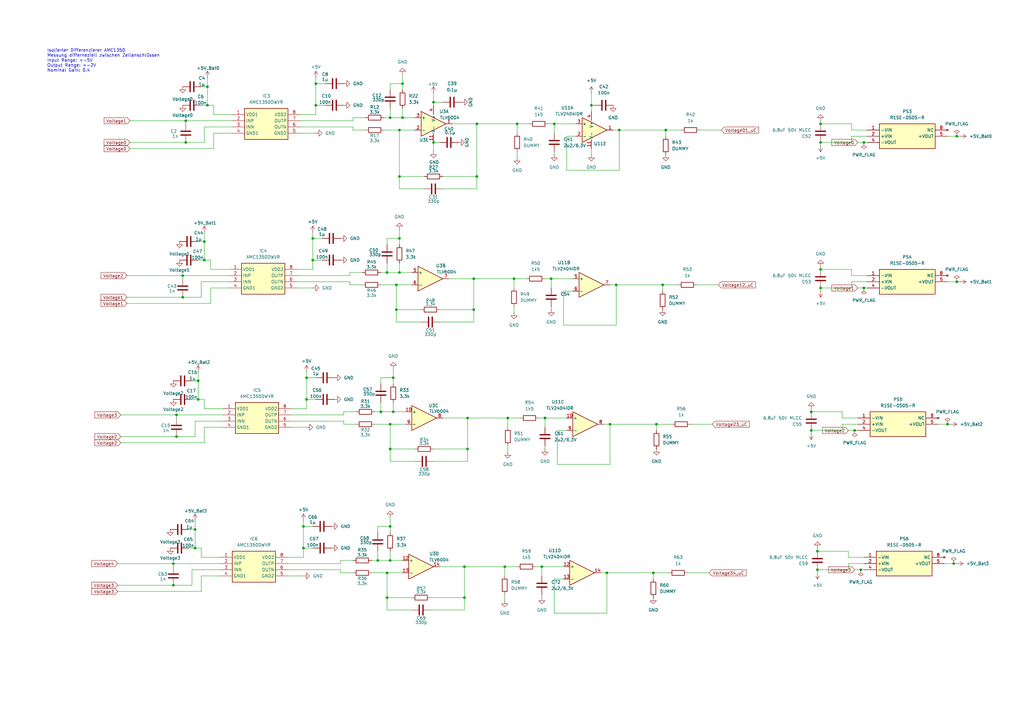
<source format=kicad_sch>
(kicad_sch (version 20250114) (generator "eeschema") (generator_version "9.0")
  (paper "A3")
  (text "Isolierter Differenzierer AMC1350\nMessung differneziell zwischen Zellanschlüssen\nInput Range: +-5V\nOutput Range: +-2V\nNominal Gain: 0,4\n" (at 19.304 24.892 0) (effects (font (size 1.27 1.27)) (justify left)))
  (junction (at 254 53.34))
  (junction (at 160.02 215.9))
  (junction (at 125.73 163.83))
  (junction (at 163.83 53.34))
  (junction (at 350.52 176.53))
  (junction (at 72.39 179.07))
  (junction (at 74.93 113.03))
  (junction (at 158.75 245.11))
  (junction (at 177.8 41.91))
  (junction (at 194.31 114.3))
  (junction (at 267.97 234.95))
  (junction (at 80.01 217.17))
  (junction (at 226.06 114.3))
  (junction (at 336.55 50.8))
  (junction (at 392.43 115.57))
  (junction (at 273.05 53.34))
  (junction (at 125.73 154.94))
  (junction (at 242.57 43.18))
  (junction (at 162.56 116.84))
  (junction (at 160.02 184.15))
  (junction (at 177.8 58.42))
  (junction (at 154.94 229.87))
  (junction (at 80.01 224.79))
  (junction (at 81.28 163.83))
  (junction (at 162.56 127))
  (junction (at 227.33 50.8))
  (junction (at 332.74 176.53))
  (junction (at 248.92 234.95))
  (junction (at 83.82 99.06))
  (junction (at 165.1 34.29))
  (junction (at 124.46 224.79))
  (junction (at 336.55 58.42))
  (junction (at 74.93 121.92))
  (junction (at 354.33 118.11))
  (junction (at 128.27 97.79))
  (junction (at 208.28 171.45))
  (junction (at 165.1 48.26))
  (junction (at 336.55 118.11))
  (junction (at 124.46 215.9))
  (junction (at 252.73 116.84))
  (junction (at 223.52 171.45))
  (junction (at 195.58 50.8))
  (junction (at 85.09 43.18))
  (junction (at 83.82 106.68))
  (junction (at 71.12 240.03))
  (junction (at 129.54 34.29))
  (junction (at 207.01 232.41))
  (junction (at 210.82 114.3))
  (junction (at 72.39 170.18))
  (junction (at 194.31 127))
  (junction (at 354.33 58.42))
  (junction (at 163.83 97.79))
  (junction (at 160.02 229.87))
  (junction (at 160.02 173.99))
  (junction (at 163.83 72.39))
  (junction (at 195.58 72.39))
  (junction (at 190.5 232.41))
  (junction (at 161.29 168.91))
  (junction (at 128.27 106.68))
  (junction (at 388.62 173.99))
  (junction (at 81.28 156.21))
  (junction (at 129.54 43.18))
  (junction (at 191.77 171.45))
  (junction (at 161.29 154.94))
  (junction (at 160.02 48.26))
  (junction (at 392.43 55.88))
  (junction (at 85.09 35.56))
  (junction (at 353.06 233.68))
  (junction (at 163.83 111.76))
  (junction (at 271.78 116.84))
  (junction (at 222.25 232.41))
  (junction (at 336.55 110.49))
  (junction (at 190.5 245.11))
  (junction (at 76.2 58.42))
  (junction (at 158.75 234.95))
  (junction (at 269.24 173.99))
  (junction (at 158.75 111.76))
  (junction (at 71.12 231.14))
  (junction (at 156.21 168.91))
  (junction (at 212.09 50.8))
  (junction (at 335.28 226.06))
  (junction (at 250.19 173.99))
  (junction (at 391.16 231.14))
  (junction (at 191.77 184.15))
  (junction (at 76.2 49.53))
  (junction (at 332.74 168.91))
  (junction (at 335.28 233.68))
  (wire (pts (xy 181.61 72.39) (xy 195.58 72.39)))
  (wire (pts (xy 83.82 99.06) (xy 83.82 106.68)))
  (wire (pts (xy 119.38 167.64) (xy 125.73 167.64)))
  (wire (pts (xy 132.08 106.68) (xy 128.27 106.68)))
  (wire (pts (xy 80.01 224.79) (xy 77.47 224.79)))
  (wire (pts (xy 195.58 50.8) (xy 195.58 72.39)))
  (wire (pts (xy 82.55 115.57) (xy 93.98 115.57)))
  (wire (pts (xy 82.55 224.79) (xy 80.01 224.79)))
  (wire (pts (xy 349.25 115.57) (xy 349.25 118.11)))
  (wire (pts (xy 48.26 242.57) (xy 82.55 242.57)))
  (wire (pts (xy 212.09 50.8) (xy 212.09 54.61)))
  (wire (pts (xy 83.82 167.64) (xy 83.82 163.83)))
  (wire (pts (xy 210.82 114.3) (xy 210.82 118.11)))
  (wire (pts (xy 161.29 165.1) (xy 161.29 168.91)))
  (wire (pts (xy 156.21 111.76) (xy 158.75 111.76)))
  (wire (pts (xy 242.57 60.96) (xy 242.57 63.5)))
  (wire (pts (xy 158.75 234.95) (xy 158.75 245.11)))
  (wire (pts (xy 124.46 215.9) (xy 124.46 224.79)))
  (wire (pts (xy 123.19 46.99) (xy 129.54 46.99)))
  (wire (pts (xy 160.02 173.99) (xy 160.02 184.15)))
  (wire (pts (xy 156.21 116.84) (xy 162.56 116.84)))
  (wire (pts (xy 153.67 168.91) (xy 156.21 168.91)))
  (wire (pts (xy 83.82 181.61) (xy 83.82 175.26)))
  (wire (pts (xy 351.79 118.11) (xy 354.33 118.11)))
  (wire (pts (xy 194.31 114.3) (xy 210.82 114.3)))
  (wire (pts (xy 83.82 106.68) (xy 81.28 106.68)))
  (wire (pts (xy 121.92 110.49) (xy 128.27 110.49)))
  (wire (pts (xy 76.2 58.42) (xy 53.34 58.42)))
  (wire (pts (xy 82.55 242.57) (xy 82.55 236.22)))
  (wire (pts (xy 71.12 231.14) (xy 71.12 232.41)))
  (wire (pts (xy 87.63 43.18) (xy 85.09 43.18)))
  (wire (pts (xy 177.8 189.23) (xy 191.77 189.23)))
  (wire (pts (xy 354.33 58.42) (xy 355.6 58.42)))
  (wire (pts (xy 160.02 215.9) (xy 160.02 218.44)))
  (wire (pts (xy 143.51 116.84) (xy 148.59 116.84)))
  (wire (pts (xy 72.39 170.18) (xy 72.39 171.45)))
  (wire (pts (xy 349.25 53.34) (xy 355.6 53.34)))
  (wire (pts (xy 49.53 181.61) (xy 83.82 181.61)))
  (wire (pts (xy 208.28 171.45) (xy 213.36 171.45)))
  (wire (pts (xy 160.02 36.83) (xy 160.02 34.29)))
  (wire (pts (xy 287.02 53.34) (xy 295.91 53.34)))
  (wire (pts (xy 336.55 109.22) (xy 336.55 110.49)))
  (wire (pts (xy 74.93 113.03) (xy 93.98 113.03)))
  (wire (pts (xy 87.63 46.99) (xy 87.63 43.18)))
  (wire (pts (xy 207.01 243.84) (xy 207.01 246.38)))
  (wire (pts (xy 387.35 231.14) (xy 391.16 231.14)))
  (wire (pts (xy 119.38 175.26) (xy 125.73 175.26)))
  (wire (pts (xy 158.75 245.11) (xy 168.91 245.11)))
  (wire (pts (xy 82.55 236.22) (xy 90.17 236.22)))
  (wire (pts (xy 347.98 228.6) (xy 354.33 228.6)))
  (wire (pts (xy 82.55 228.6) (xy 82.55 224.79)))
  (wire (pts (xy 81.28 156.21) (xy 78.74 156.21)))
  (wire (pts (xy 212.09 50.8) (xy 217.17 50.8)))
  (wire (pts (xy 156.21 165.1) (xy 156.21 168.91)))
  (wire (pts (xy 351.79 173.99) (xy 345.44 173.99)))
  (wire (pts (xy 222.25 232.41) (xy 222.25 236.22)))
  (wire (pts (xy 336.55 119.38) (xy 336.55 118.11)))
  (wire (pts (xy 177.8 58.42) (xy 177.8 62.23)))
  (wire (pts (xy 153.67 173.99) (xy 160.02 173.99)))
  (wire (pts (xy 191.77 184.15) (xy 191.77 189.23)))
  (wire (pts (xy 139.7 233.68) (xy 139.7 234.95)))
  (wire (pts (xy 332.74 177.8) (xy 332.74 176.53)))
  (wire (pts (xy 86.36 124.46) (xy 86.36 118.11)))
  (wire (pts (xy 53.34 60.96) (xy 87.63 60.96)))
  (wire (pts (xy 86.36 110.49) (xy 86.36 106.68)))
  (wire (pts (xy 332.74 167.64) (xy 332.74 168.91)))
  (wire (pts (xy 222.25 232.41) (xy 231.14 232.41)))
  (wire (pts (xy 207.01 232.41) (xy 207.01 236.22)))
  (wire (pts (xy 128.27 106.68) (xy 128.27 110.49)))
  (wire (pts (xy 176.53 250.19) (xy 190.5 250.19)))
  (wire (pts (xy 76.2 49.53) (xy 76.2 50.8)))
  (wire (pts (xy 128.27 224.79) (xy 124.46 224.79)))
  (wire (pts (xy 194.31 132.08) (xy 194.31 127)))
  (wire (pts (xy 76.2 49.53) (xy 95.25 49.53)))
  (wire (pts (xy 140.97 172.72) (xy 140.97 173.99)))
  (wire (pts (xy 231.14 119.38) (xy 231.14 133.35)))
  (wire (pts (xy 222.25 243.84) (xy 222.25 245.11)))
  (wire (pts (xy 226.06 114.3) (xy 234.95 114.3)))
  (wire (pts (xy 180.34 232.41) (xy 190.5 232.41)))
  (wire (pts (xy 152.4 234.95) (xy 158.75 234.95)))
  (wire (pts (xy 226.06 125.73) (xy 226.06 127)))
  (wire (pts (xy 132.08 97.79) (xy 128.27 97.79)))
  (wire (pts (xy 83.82 167.64) (xy 91.44 167.64)))
  (wire (pts (xy 246.38 234.95) (xy 248.92 234.95)))
  (wire (pts (xy 86.36 110.49) (xy 93.98 110.49)))
  (wire (pts (xy 140.97 168.91) (xy 140.97 170.18)))
  (wire (pts (xy 83.82 99.06) (xy 81.28 99.06)))
  (wire (pts (xy 123.19 52.07) (xy 144.78 52.07)))
  (wire (pts (xy 349.25 58.42) (xy 336.55 58.42)))
  (wire (pts (xy 161.29 154.94) (xy 156.21 154.94)))
  (wire (pts (xy 160.02 189.23) (xy 170.18 189.23)))
  (wire (pts (xy 281.94 234.95) (xy 290.83 234.95)))
  (wire (pts (xy 154.94 218.44) (xy 154.94 215.9)))
  (wire (pts (xy 140.97 168.91) (xy 146.05 168.91)))
  (wire (pts (xy 160.02 184.15) (xy 160.02 189.23)))
  (wire (pts (xy 80.01 172.72) (xy 91.44 172.72)))
  (wire (pts (xy 163.83 77.47) (xy 173.99 77.47)))
  (wire (pts (xy 85.09 31.75) (xy 85.09 35.56)))
  (wire (pts (xy 223.52 171.45) (xy 223.52 175.26)))
  (wire (pts (xy 144.78 52.07) (xy 144.78 53.34)))
  (wire (pts (xy 336.55 50.8) (xy 349.25 50.8)))
  (wire (pts (xy 78.74 233.68) (xy 78.74 240.03)))
  (wire (pts (xy 236.22 55.88) (xy 232.41 55.88)))
  (wire (pts (xy 140.97 173.99) (xy 146.05 173.99)))
  (wire (pts (xy 278.13 116.84) (xy 271.78 116.84)))
  (wire (pts (xy 232.41 176.53) (xy 228.6 176.53)))
  (wire (pts (xy 161.29 151.13) (xy 161.29 154.94)))
  (wire (pts (xy 226.06 114.3) (xy 226.06 118.11)))
  (wire (pts (xy 82.55 228.6) (xy 90.17 228.6)))
  (wire (pts (xy 163.83 53.34) (xy 163.83 72.39)))
  (wire (pts (xy 223.52 182.88) (xy 223.52 184.15)))
  (wire (pts (xy 158.75 234.95) (xy 165.1 234.95)))
  (wire (pts (xy 144.78 53.34) (xy 149.86 53.34)))
  (wire (pts (xy 125.73 163.83) (xy 125.73 167.64)))
  (wire (pts (xy 160.02 184.15) (xy 170.18 184.15)))
  (wire (pts (xy 254 53.34) (xy 273.05 53.34)))
  (wire (pts (xy 124.46 213.36) (xy 124.46 215.9)))
  (wire (pts (xy 53.34 49.53) (xy 76.2 49.53)))
  (wire (pts (xy 332.74 168.91) (xy 345.44 168.91)))
  (wire (pts (xy 227.33 62.23) (xy 227.33 63.5)))
  (wire (pts (xy 165.1 34.29) (xy 165.1 36.83)))
  (wire (pts (xy 232.41 55.88) (xy 232.41 69.85)))
  (wire (pts (xy 161.29 168.91) (xy 166.37 168.91)))
  (wire (pts (xy 185.42 50.8) (xy 195.58 50.8)))
  (wire (pts (xy 80.01 179.07) (xy 72.39 179.07)))
  (wire (pts (xy 139.7 229.87) (xy 144.78 229.87)))
  (wire (pts (xy 355.6 55.88) (xy 349.25 55.88)))
  (wire (pts (xy 87.63 60.96) (xy 87.63 54.61)))
  (wire (pts (xy 121.92 115.57) (xy 143.51 115.57)))
  (wire (pts (xy 350.52 176.53) (xy 351.79 176.53)))
  (wire (pts (xy 347.98 233.68) (xy 335.28 233.68)))
  (wire (pts (xy 336.55 110.49) (xy 349.25 110.49)))
  (wire (pts (xy 83.82 163.83) (xy 81.28 163.83)))
  (wire (pts (xy 208.28 182.88) (xy 208.28 185.42)))
  (wire (pts (xy 165.1 44.45) (xy 165.1 48.26)))
  (wire (pts (xy 228.6 190.5) (xy 250.19 190.5)))
  (wire (pts (xy 384.81 173.99) (xy 388.62 173.99)))
  (wire (pts (xy 336.55 49.53) (xy 336.55 50.8)))
  (wire (pts (xy 71.12 231.14) (xy 90.17 231.14)))
  (wire (pts (xy 345.44 168.91) (xy 345.44 171.45)))
  (wire (pts (xy 336.55 59.69) (xy 336.55 58.42)))
  (wire (pts (xy 160.02 44.45) (xy 160.02 48.26)))
  (wire (pts (xy 48.26 231.14) (xy 71.12 231.14)))
  (wire (pts (xy 347.98 226.06) (xy 347.98 228.6)))
  (wire (pts (xy 118.11 233.68) (xy 139.7 233.68)))
  (wire (pts (xy 223.52 171.45) (xy 232.41 171.45)))
  (wire (pts (xy 118.11 236.22) (xy 124.46 236.22)))
  (wire (pts (xy 267.97 234.95) (xy 267.97 237.49)))
  (wire (pts (xy 227.33 237.49) (xy 227.33 251.46)))
  (wire (pts (xy 349.25 50.8) (xy 349.25 53.34)))
  (wire (pts (xy 74.93 113.03) (xy 74.93 114.3)))
  (wire (pts (xy 82.55 121.92) (xy 74.93 121.92)))
  (wire (pts (xy 231.14 237.49) (xy 227.33 237.49)))
  (wire (pts (xy 123.19 49.53) (xy 144.78 49.53)))
  (wire (pts (xy 388.62 115.57) (xy 392.43 115.57)))
  (wire (pts (xy 129.54 163.83) (xy 125.73 163.83)))
  (wire (pts (xy 144.78 48.26) (xy 149.86 48.26)))
  (wire (pts (xy 83.82 175.26) (xy 91.44 175.26)))
  (wire (pts (xy 250.19 116.84) (xy 252.73 116.84)))
  (wire (pts (xy 160.02 215.9) (xy 154.94 215.9)))
  (wire (pts (xy 231.14 119.38) (xy 234.95 119.38)))
  (wire (pts (xy 121.92 113.03) (xy 143.51 113.03)))
  (wire (pts (xy 227.33 50.8) (xy 236.22 50.8)))
  (wire (pts (xy 129.54 43.18) (xy 129.54 46.99)))
  (wire (pts (xy 163.83 72.39) (xy 163.83 77.47)))
  (wire (pts (xy 252.73 116.84) (xy 271.78 116.84)))
  (wire (pts (xy 335.28 226.06) (xy 347.98 226.06)))
  (wire (pts (xy 392.43 115.57) (xy 393.7 115.57)))
  (wire (pts (xy 355.6 115.57) (xy 349.25 115.57)))
  (wire (pts (xy 162.56 116.84) (xy 168.91 116.84)))
  (wire (pts (xy 180.34 127) (xy 194.31 127)))
  (wire (pts (xy 83.82 95.25) (xy 83.82 99.06)))
  (wire (pts (xy 247.65 173.99) (xy 250.19 173.99)))
  (wire (pts (xy 83.82 58.42) (xy 76.2 58.42)))
  (wire (pts (xy 158.75 245.11) (xy 158.75 250.19)))
  (wire (pts (xy 152.4 229.87) (xy 154.94 229.87)))
  (wire (pts (xy 162.56 127) (xy 162.56 132.08)))
  (wire (pts (xy 195.58 50.8) (xy 212.09 50.8)))
  (wire (pts (xy 275.59 173.99) (xy 269.24 173.99)))
  (wire (pts (xy 220.98 171.45) (xy 223.52 171.45)))
  (wire (pts (xy 83.82 52.07) (xy 83.82 58.42)))
  (wire (pts (xy 252.73 116.84) (xy 252.73 133.35)))
  (wire (pts (xy 228.6 176.53) (xy 228.6 190.5)))
  (wire (pts (xy 242.57 38.1) (xy 242.57 43.18)))
  (wire (pts (xy 269.24 173.99) (xy 269.24 176.53)))
  (wire (pts (xy 212.09 62.23) (xy 212.09 64.77)))
  (wire (pts (xy 49.53 170.18) (xy 72.39 170.18)))
  (wire (pts (xy 194.31 114.3) (xy 194.31 127)))
  (wire (pts (xy 163.83 93.98) (xy 163.83 97.79)))
  (wire (pts (xy 124.46 224.79) (xy 124.46 228.6)))
  (wire (pts (xy 52.07 113.03) (xy 74.93 113.03)))
  (wire (pts (xy 349.25 55.88) (xy 349.25 58.42)))
  (wire (pts (xy 128.27 95.25) (xy 128.27 97.79)))
  (wire (pts (xy 251.46 53.34) (xy 254 53.34)))
  (wire (pts (xy 156.21 157.48) (xy 156.21 154.94)))
  (wire (pts (xy 72.39 170.18) (xy 91.44 170.18)))
  (wire (pts (xy 223.52 114.3) (xy 226.06 114.3)))
  (wire (pts (xy 177.8 58.42) (xy 180.34 58.42)))
  (wire (pts (xy 190.5 245.11) (xy 190.5 250.19)))
  (wire (pts (xy 274.32 234.95) (xy 267.97 234.95)))
  (wire (pts (xy 78.74 233.68) (xy 90.17 233.68)))
  (wire (pts (xy 87.63 54.61) (xy 95.25 54.61)))
  (wire (pts (xy 227.33 251.46) (xy 248.92 251.46)))
  (wire (pts (xy 347.98 231.14) (xy 347.98 233.68)))
  (wire (pts (xy 349.25 113.03) (xy 355.6 113.03)))
  (wire (pts (xy 176.53 245.11) (xy 190.5 245.11)))
  (wire (pts (xy 195.58 77.47) (xy 195.58 72.39)))
  (wire (pts (xy 144.78 48.26) (xy 144.78 49.53)))
  (wire (pts (xy 181.61 77.47) (xy 195.58 77.47)))
  (wire (pts (xy 121.92 118.11) (xy 128.27 118.11)))
  (wire (pts (xy 154.94 229.87) (xy 160.02 229.87)))
  (wire (pts (xy 190.5 232.41) (xy 207.01 232.41)))
  (wire (pts (xy 163.83 111.76) (xy 168.91 111.76)))
  (wire (pts (xy 349.25 110.49) (xy 349.25 113.03)))
  (wire (pts (xy 78.74 240.03) (xy 71.12 240.03)))
  (wire (pts (xy 160.02 48.26) (xy 165.1 48.26)))
  (wire (pts (xy 52.07 124.46) (xy 86.36 124.46)))
  (wire (pts (xy 86.36 118.11) (xy 93.98 118.11)))
  (wire (pts (xy 118.11 231.14) (xy 139.7 231.14)))
  (wire (pts (xy 345.44 171.45) (xy 351.79 171.45)))
  (wire (pts (xy 128.27 215.9) (xy 124.46 215.9)))
  (wire (pts (xy 180.34 132.08) (xy 194.31 132.08)))
  (wire (pts (xy 227.33 50.8) (xy 227.33 54.61)))
  (wire (pts (xy 143.51 111.76) (xy 148.59 111.76)))
  (wire (pts (xy 129.54 154.94) (xy 125.73 154.94)))
  (wire (pts (xy 181.61 171.45) (xy 191.77 171.45)))
  (wire (pts (xy 143.51 115.57) (xy 143.51 116.84)))
  (wire (pts (xy 254 53.34) (xy 254 69.85)))
  (wire (pts (xy 335.28 224.79) (xy 335.28 226.06)))
  (wire (pts (xy 119.38 170.18) (xy 140.97 170.18)))
  (wire (pts (xy 72.39 179.07) (xy 49.53 179.07)))
  (wire (pts (xy 177.8 41.91) (xy 181.61 41.91)))
  (wire (pts (xy 224.79 50.8) (xy 227.33 50.8)))
  (wire (pts (xy 139.7 229.87) (xy 139.7 231.14)))
  (wire (pts (xy 119.38 172.72) (xy 140.97 172.72)))
  (wire (pts (xy 81.28 163.83) (xy 78.74 163.83)))
  (wire (pts (xy 163.83 97.79) (xy 163.83 100.33)))
  (wire (pts (xy 125.73 152.4) (xy 125.73 154.94)))
  (wire (pts (xy 163.83 53.34) (xy 170.18 53.34)))
  (wire (pts (xy 285.75 116.84) (xy 294.64 116.84)))
  (wire (pts (xy 161.29 154.94) (xy 161.29 157.48)))
  (wire (pts (xy 165.1 48.26) (xy 170.18 48.26)))
  (wire (pts (xy 80.01 217.17) (xy 77.47 217.17)))
  (wire (pts (xy 82.55 115.57) (xy 82.55 121.92)))
  (wire (pts (xy 160.02 173.99) (xy 166.37 173.99)))
  (wire (pts (xy 354.33 118.11) (xy 355.6 118.11)))
  (wire (pts (xy 139.7 234.95) (xy 144.78 234.95)))
  (wire (pts (xy 71.12 240.03) (xy 48.26 240.03)))
  (wire (pts (xy 345.44 176.53) (xy 332.74 176.53)))
  (wire (pts (xy 335.28 234.95) (xy 335.28 233.68)))
  (wire (pts (xy 160.02 226.06) (xy 160.02 229.87)))
  (wire (pts (xy 162.56 116.84) (xy 162.56 127)))
  (wire (pts (xy 250.19 173.99) (xy 250.19 190.5)))
  (wire (pts (xy 353.06 233.68) (xy 354.33 233.68)))
  (wire (pts (xy 388.62 173.99) (xy 389.89 173.99)))
  (wire (pts (xy 87.63 46.99) (xy 95.25 46.99)))
  (wire (pts (xy 163.83 97.79) (xy 158.75 97.79)))
  (wire (pts (xy 154.94 226.06) (xy 154.94 229.87)))
  (wire (pts (xy 190.5 232.41) (xy 190.5 245.11)))
  (wire (pts (xy 157.48 53.34) (xy 163.83 53.34)))
  (wire (pts (xy 392.43 55.88) (xy 393.7 55.88)))
  (wire (pts (xy 133.35 34.29) (xy 129.54 34.29)))
  (wire (pts (xy 83.82 52.07) (xy 95.25 52.07)))
  (wire (pts (xy 388.62 55.88) (xy 392.43 55.88)))
  (wire (pts (xy 232.41 69.85) (xy 254 69.85)))
  (wire (pts (xy 210.82 114.3) (xy 215.9 114.3)))
  (wire (pts (xy 177.8 184.15) (xy 191.77 184.15)))
  (wire (pts (xy 250.19 173.99) (xy 269.24 173.99)))
  (wire (pts (xy 156.21 168.91) (xy 161.29 168.91)))
  (wire (pts (xy 165.1 30.48) (xy 165.1 34.29)))
  (wire (pts (xy 191.77 171.45) (xy 191.77 184.15)))
  (wire (pts (xy 81.28 156.21) (xy 81.28 163.83)))
  (wire (pts (xy 85.09 35.56) (xy 85.09 43.18)))
  (wire (pts (xy 163.83 107.95) (xy 163.83 111.76)))
  (wire (pts (xy 210.82 125.73) (xy 210.82 128.27)))
  (wire (pts (xy 271.78 116.84) (xy 271.78 119.38)))
  (wire (pts (xy 242.57 43.18) (xy 243.84 43.18)))
  (wire (pts (xy 118.11 228.6) (xy 124.46 228.6)))
  (wire (pts (xy 143.51 111.76) (xy 143.51 113.03)))
  (wire (pts (xy 158.75 250.19) (xy 168.91 250.19)))
  (wire (pts (xy 191.77 171.45) (xy 208.28 171.45)))
  (wire (pts (xy 242.57 43.18) (xy 242.57 45.72)))
  (wire (pts (xy 208.28 171.45) (xy 208.28 175.26)))
  (wire (pts (xy 231.14 133.35) (xy 252.73 133.35)))
  (wire (pts (xy 184.15 114.3) (xy 194.31 114.3)))
  (wire (pts (xy 177.8 43.18) (xy 177.8 41.91)))
  (wire (pts (xy 74.93 121.92) (xy 52.07 121.92)))
  (wire (pts (xy 80.01 217.17) (xy 80.01 224.79)))
  (wire (pts (xy 129.54 31.75) (xy 129.54 34.29)))
  (wire (pts (xy 273.05 53.34) (xy 273.05 55.88)))
  (wire (pts (xy 279.4 53.34) (xy 273.05 53.34)))
  (wire (pts (xy 129.54 34.29) (xy 129.54 43.18)))
  (wire (pts (xy 207.01 232.41) (xy 212.09 232.41)))
  (wire (pts (xy 354.33 231.14) (xy 347.98 231.14)))
  (wire (pts (xy 158.75 100.33) (xy 158.75 97.79)))
  (wire (pts (xy 219.71 232.41) (xy 222.25 232.41)))
  (wire (pts (xy 349.25 118.11) (xy 336.55 118.11)))
  (wire (pts (xy 86.36 106.68) (xy 83.82 106.68)))
  (wire (pts (xy 283.21 173.99) (xy 292.1 173.99)))
  (wire (pts (xy 123.19 54.61) (xy 129.54 54.61)))
  (wire (pts (xy 158.75 111.76) (xy 163.83 111.76)))
  (wire (pts (xy 350.52 233.68) (xy 353.06 233.68)))
  (wire (pts (xy 128.27 97.79) (xy 128.27 106.68)))
  (wire (pts (xy 81.28 152.4) (xy 81.28 156.21)))
  (wire (pts (xy 351.79 58.42) (xy 354.33 58.42)))
  (wire (pts (xy 177.8 38.1) (xy 177.8 41.91)))
  (wire (pts (xy 85.09 35.56) (xy 82.55 35.56)))
  (wire (pts (xy 160.02 229.87) (xy 165.1 229.87)))
  (wire (pts (xy 158.75 107.95) (xy 158.75 111.76)))
  (wire (pts (xy 80.01 172.72) (xy 80.01 179.07)))
  (wire (pts (xy 80.01 213.36) (xy 80.01 217.17)))
  (wire (pts (xy 162.56 127) (xy 172.72 127)))
  (wire (pts (xy 160.02 212.09) (xy 160.02 215.9)))
  (wire (pts (xy 162.56 132.08) (xy 172.72 132.08)))
  (wire (pts (xy 125.73 154.94) (xy 125.73 163.83)))
  (wire (pts (xy 391.16 231.14) (xy 392.43 231.14)))
  (wire (pts (xy 347.98 176.53) (xy 350.52 176.53)))
  (wire (pts (xy 345.44 173.99) (xy 345.44 176.53)))
  (wire (pts (xy 133.35 43.18) (xy 129.54 43.18)))
  (wire (pts (xy 163.83 72.39) (xy 173.99 72.39)))
  (wire (pts (xy 85.09 43.18) (xy 82.55 43.18)))
  (wire (pts (xy 157.48 48.26) (xy 160.02 48.26)))
  (wire (pts (xy 248.92 234.95) (xy 267.97 234.95)))
  (wire (pts (xy 248.92 234.95) (xy 248.92 251.46)))
  (wire (pts (xy 165.1 34.29) (xy 160.02 34.29)))
  (global_label "Voltage2" (shape input) (at 49.53 181.61 180) (property "Intersheetrefs" "${INTERSHEET_REFS}" (effects (hide yes))))
  (global_label "Voltage1" (shape input) (at 53.34 49.53 180) (property "Intersheetrefs" "${INTERSHEET_REFS}" (effects (hide yes))))
  (global_label "Voltage3" (shape input) (at 48.26 242.57 180) (property "Intersheetrefs" "${INTERSHEET_REFS}" (effects (hide yes))))
  (global_label "Voltage1" (shape input) (at 52.07 121.92 180) (property "Intersheetrefs" "${INTERSHEET_REFS}" (effects (hide yes))))
  (global_label "Voltage1" (shape input) (at 52.07 124.46 180) (property "Intersheetrefs" "${INTERSHEET_REFS}" (effects (hide yes))))
  (global_label "Voltage2" (shape input) (at 347.98 176.53 180) (property "Intersheetrefs" "${INTERSHEET_REFS}" (effects (hide yes))))
  (global_label "Voltage34_uC" (shape input) (at 290.83 234.95 0) (property "Intersheetrefs" "${INTERSHEET_REFS}" (effects (hide yes))))
  (global_label "Voltage1" (shape input) (at 351.79 118.11 180) (property "Intersheetrefs" "${INTERSHEET_REFS}" (effects (hide yes))))
  (global_label "Voltage2" (shape input) (at 52.07 113.03 180) (property "Intersheetrefs" "${INTERSHEET_REFS}" (effects (hide yes))))
  (global_label "Voltage12_uC" (shape input) (at 294.64 116.84 0) (property "Intersheetrefs" "${INTERSHEET_REFS}" (effects (hide yes))))
  (global_label "Voltage3" (shape input) (at 350.52 233.68 180) (property "Intersheetrefs" "${INTERSHEET_REFS}" (effects (hide yes))))
  (global_label "Voltage3" (shape input) (at 48.26 240.03 180) (property "Intersheetrefs" "${INTERSHEET_REFS}" (effects (hide yes))))
  (global_label "Voltage0" (shape input) (at 53.34 58.42 180) (property "Intersheetrefs" "${INTERSHEET_REFS}" (effects (hide yes))))
  (global_label "Voltage0" (shape input) (at 351.79 58.42 180) (property "Intersheetrefs" "${INTERSHEET_REFS}" (effects (hide yes))))
  (global_label "Voltage2" (shape input) (at 49.53 179.07 180) (property "Intersheetrefs" "${INTERSHEET_REFS}" (effects (hide yes))))
  (global_label "Voltage01_uC" (shape input) (at 295.91 53.34 0) (property "Intersheetrefs" "${INTERSHEET_REFS}" (effects (hide yes))))
  (global_label "Voltage23_uC" (shape input) (at 292.1 173.99 0) (property "Intersheetrefs" "${INTERSHEET_REFS}" (effects (hide yes))))
  (global_label "Voltage0" (shape input) (at 53.34 60.96 180) (property "Intersheetrefs" "${INTERSHEET_REFS}" (effects (hide yes))))
  (global_label "Voltage4" (shape input) (at 48.26 231.14 180) (property "Intersheetrefs" "${INTERSHEET_REFS}" (effects (hide yes))))
  (global_label "Voltage3" (shape input) (at 49.53 170.18 180) (property "Intersheetrefs" "${INTERSHEET_REFS}" (effects (hide yes))))
  (symbol (lib_id "power:GND") (at 267.97 245.11 0) (unit 1)
    (property "Reference" "#PWR0134" (effects (hide yes)))
    (property "Value" "GND" (at 267.97 250.19 0))
    (property "Description" "Power symbol creates a global label with name \"GND\" , ground" (effects (hide yes)))
  )
  (symbol (lib_id "power:GND") (at 251.46 43.18 0) (unit 1)
    (property "Reference" "#PWR088" (effects (hide yes)))
    (property "Value" "GND" (at 251.46 48.26 0))
    (property "Description" "Power symbol creates a global label with name \"GND\" , ground" (effects (hide yes)))
  )
  (symbol (lib_id "Device:R") (at 149.86 168.91 270) (unit 1)
    (property "Reference" "R31" (at 149.86 164.592 90))
    (property "Value" "3.3k" (at 149.86 166.624 90))
    (property "Footprint" "Resistor_SMD:R_0603_1608Metric_Pad0.98x0.95mm_HandSolder" (effects (hide yes)))
    (property "Description" "Resistor" (effects (hide yes)))
  )
  (symbol (lib_id "power:GND") (at 124.46 236.22 90) (unit 1)
    (property "Reference" "#PWR0121" (effects (hide yes)))
    (property "Value" "GND" (at 128.27 236.2199 90) (effects (justify right)))
    (property "Description" "Power symbol creates a global label with name \"GND\" , ground" (effects (hide yes)))
  )
  (symbol (lib_id "power:GND") (at 161.29 151.13 180) (unit 1)
    (property "Reference" "#PWR052" (effects (hide yes)))
    (property "Value" "GND" (at 161.29 146.05 0))
    (property "Description" "Power symbol creates a global label with name \"GND\" , ground" (effects (hide yes)))
  )
  (symbol (lib_id "R1SE-0505-R:R1SE-0505-R") (at 355.6 53.34 0) (unit 1)
    (property "Reference" "PS3" (at 372.11 45.72 0))
    (property "Value" "R1SE-0505-R" (at 372.11 48.26 0))
    (property "Footprint" "R1SE:R1SE0505" (effects (hide yes)))
    (property "Description" "RECOM POWER - R1SE-0505-R - DC/DC CONVERTER, 1X O/P, 0.2A, 5V, 1W" (effects (hide yes)))
    (property "Height" "7.75" (effects (hide yes)))
    (property "Mouser Part Number" "919-R1SE-0505-R" (effects (hide yes)))
    (property "Mouser Price/Stock" "https://www.mouser.co.uk/ProductDetail/RECOM-Power/R1SE-0505-R?qs=W2iVYWQZWNCWKEXHaHORwQ%3D%3D" (effects (hide yes)))
    (property "Manufacturer_Name" "RECOM Power" (effects (hide yes)))
    (property "Manufacturer_Part_Number" "R1SE-0505-R" (effects (hide yes)))
  )
  (symbol (lib_id "Device:R") (at 173.99 184.15 270) (unit 1)
    (property "Reference" "R34" (at 173.99 180.34 90))
    (property "Value" "3.3k" (at 173.99 181.864 90))
    (property "Footprint" "Resistor_SMD:R_0603_1608Metric_Pad0.98x0.95mm_HandSolder" (effects (hide yes)))
    (property "Description" "Resistor" (effects (hide yes)))
  )
  (symbol (lib_id "Device:R") (at 153.67 48.26 270) (unit 1)
    (property "Reference" "R12" (at 153.67 43.942 90))
    (property "Value" "3.3k" (at 153.67 45.974 90))
    (property "Footprint" "Resistor_SMD:R_0603_1608Metric_Pad0.98x0.95mm_HandSolder" (effects (hide yes)))
    (property "Description" "Resistor" (effects (hide yes)))
  )
  (symbol (lib_id "power:GND") (at 177.8 62.23 0) (unit 1)
    (property "Reference" "#PWR073" (effects (hide yes)))
    (property "Value" "GND" (at 178.054 66.548 0))
    (property "Description" "Power symbol creates a global label with name \"GND\" , ground" (effects (hide yes)))
  )
  (symbol (lib_id "power:GND") (at 207.01 246.38 0) (unit 1)
    (property "Reference" "#PWR0129" (effects (hide yes)))
    (property "Value" "GND" (at 207.01 251.46 0))
    (property "Description" "Power symbol creates a global label with name \"GND\" , ground" (effects (hide yes)))
  )
  (symbol (lib_id "power:PWR_FLAG") (at 388.62 173.99 0) (unit 1)
    (property "Reference" "#FLG07" (effects (hide yes)))
    (property "Value" "PWR_FLAG" (at 388.62 168.91 0))
    (property "Description" "Special symbol for telling ERC where power comes from" (effects (hide yes)))
  )
  (symbol (lib_id "Device:C") (at 132.08 224.79 90) (mirror x) (unit 1)
    (property "Reference" "C67" (at 128.778 220.98 90))
    (property "Value" "100n" (at 128.27 223.52 90))
    (property "Footprint" "Capacitor_SMD:C_0603_1608Metric_Pad1.08x0.95mm_HandSolder" (effects (hide yes)))
    (property "Description" "Unpolarized capacitor" (effects (hide yes)))
  )
  (symbol (lib_id "power:GND") (at 71.12 163.83 0) (mirror y) (unit 1)
    (property "Reference" "#PWR040" (effects (hide yes)))
    (property "Value" "Voltage2" (at 71.12 167.894 0))
    (property "Description" "Power symbol creates a global label with name \"GND\" , ground" (effects (hide yes)))
  )
  (symbol (lib_id "Device:C") (at 132.08 215.9 270) (mirror x) (unit 1)
    (property "Reference" "C66" (at 128.27 212.09 90))
    (property "Value" "1µ" (at 128.27 214.122 90))
    (property "Footprint" "Capacitor_SMD:C_0603_1608Metric_Pad1.08x0.95mm_HandSolder" (effects (hide yes)))
    (property "Description" "Unpolarized capacitor" (effects (hide yes)))
  )
  (symbol (lib_id "AMC1350DWVR:AMC1350DWVR") (at 93.98 110.49 0) (unit 1)
    (property "Reference" "IC4" (at 107.95 102.87 0))
    (property "Value" "AMC1350DWVR" (at 107.95 105.41 0))
    (property "Footprint" "AMC1350:SOIC127P1150X280-8N" (effects (hide yes)))
    (property "Datasheet" "https://www.ti.com/lit/ds/symlink/amc1350.pdf?ts=1632455585396&ref_url=https%253A%252F%252Fwww.ti.com%252Fstore%252Fti%252Fen%252Fp%252Fproduct%252F%253Fp%253DPAMC1350DWVR" (effects (hide yes)))
    (property "Description" "SOIC" (effects (hide yes)))
    (property "Height" "2.8" (effects (hide yes)))
    (property "Mouser Part Number" "595-AMC1350DWVR" (effects (hide yes)))
    (property "Mouser Price/Stock" "https://www.mouser.co.uk/ProductDetail/Texas-Instruments/AMC1350DWVR?qs=Rp5uXu7WBW%2FANH2mDTT%252Bkg%3D%3D" (effects (hide yes)))
    (property "Manufacturer_Name" "Texas Instruments" (effects (hide yes)))
    (property "Manufacturer_Part_Number" "AMC1350DWVR" (effects (hide yes)))
  )
  (symbol (lib_id "power:GND") (at 336.55 49.53 180) (unit 1)
    (property "Reference" "#PWR098" (effects (hide yes)))
    (property "Value" "GND" (at 336.55 44.45 0))
    (property "Description" "Power symbol creates a global label with name \"GND\" , ground" (effects (hide yes)))
  )
  (symbol (lib_id "power:+5V") (at 128.27 95.25 0) (mirror y) (unit 1)
    (property "Reference" "#PWR093" (effects (hide yes)))
    (property "Value" "+5V" (at 128.27 90.932 0))
    (property "Description" "Power symbol creates a global label with name \"+5V\"" (effects (hide yes)))
  )
  (symbol (lib_id "Device:R") (at 281.94 116.84 90) (unit 1)
    (property "Reference" "R53" (at 281.94 110.49 90))
    (property "Value" "1k" (at 281.94 113.03 90))
    (property "Footprint" "Resistor_SMD:R_0603_1608Metric_Pad0.98x0.95mm_HandSolder" (effects (hide yes)))
    (property "Description" "Resistor" (effects (hide yes)))
  )
  (symbol (lib_id "power:+5V") (at 177.8 38.1 0) (unit 1)
    (property "Reference" "#PWR072" (effects (hide yes)))
    (property "Value" "+5V" (at 177.546 34.544 0))
    (property "Description" "Power symbol creates a global label with name \"+5V\"" (effects (hide yes)))
  )
  (symbol (lib_id "Device:C") (at 247.65 43.18 90) (unit 1)
    (property "Reference" "C42" (at 247.65 35.56 90))
    (property "Value" "100n" (at 247.65 38.1 90))
    (property "Footprint" "Capacitor_SMD:C_0603_1608Metric_Pad1.08x0.95mm_HandSolder" (effects (hide yes)))
    (property "Description" "Unpolarized capacitor" (effects (hide yes)))
  )
  (symbol (lib_id "Device:R") (at 161.29 161.29 0) (unit 1)
    (property "Reference" "R33" (at 163.83 160.0199 0) (effects (justify left)))
    (property "Value" "3.3k" (at 163.83 162.5599 0) (effects (justify left)))
    (property "Footprint" "Resistor_SMD:R_0603_1608Metric_Pad0.98x0.95mm_HandSolder" (effects (hide yes)))
    (property "Description" "Resistor" (effects (hide yes)))
  )
  (symbol (lib_id "Device:C") (at 78.74 43.18 90) (mirror x) (unit 1)
    (property "Reference" "C6" (at 82.296 39.624 90))
    (property "Value" "100n" (at 82.296 42.164 90))
    (property "Footprint" "Capacitor_SMD:C_0603_1608Metric_Pad1.08x0.95mm_HandSolder" (effects (hide yes)))
    (property "Description" "Unpolarized capacitor" (effects (hide yes)))
  )
  (symbol (lib_id "Amplifier_Operational:TLV9304xD") (at 172.72 232.41 0) (unit 4)
    (property "Reference" "U3" (at 178.054 227.076 0))
    (property "Value" "TLV6004" (at 180.086 229.616 0))
    (property "Footprint" "Package_SO:TSSOP-14_4.4x5mm_P0.65mm" (effects (hide yes)))
    (property "Datasheet" "https://www.ti.com/lit/ds/symlink/tlv9304.pdf" (effects (hide yes)))
    (property "Description" "40-V, 1-MHz, RRO Operational Amplifiers for Cost-Sensitive Systems, SOIC-14" (effects (hide yes)))
  )
  (symbol (lib_id "Device:C") (at 172.72 250.19 90) (unit 1)
    (property "Reference" "C69" (at 172.72 253.492 90))
    (property "Value" "330p" (at 172.72 255.27 90))
    (property "Footprint" "Capacitor_SMD:C_0603_1608Metric_Pad1.08x0.95mm_HandSolder" (effects (hide yes)))
    (property "Description" "Unpolarized capacitor" (effects (hide yes)))
  )
  (symbol (lib_id "Amplifier_Operational:TLV9304xD") (at 245.11 53.34 0) (unit 5)
    (property "Reference" "U11" (at 243.586 58.928 0) (effects (justify left)))
    (property "Value" "TLV2404IDR" (effects (hide yes)))
    (property "Footprint" "Package_SO:SOIC-14_3.9x8.7mm_P1.27mm" (effects (hide yes)))
    (property "Datasheet" "https://www.ti.com/lit/ds/symlink/tlv9304.pdf" (effects (hide yes)))
    (property "Description" "40-V, 1-MHz, RRO Operational Amplifiers for Cost-Sensitive Systems, SOIC-14" (effects (hide yes)))
  )
  (symbol (lib_id "power:GND") (at 189.23 41.91 90) (unit 1)
    (property "Reference" "#PWR074" (effects (hide yes)))
    (property "Value" "GND" (at 193.04 41.91 0))
    (property "Description" "Power symbol creates a global label with name \"GND\" , ground" (effects (hide yes)))
  )
  (symbol (lib_id "power:+5V") (at 80.01 213.36 0) (mirror y) (unit 1)
    (property "Reference" "#PWR055" (effects (hide yes)))
    (property "Value" "+5V_Bat3" (at 80.264 209.55 0))
    (property "Description" "Power symbol creates a global label with name \"+5V\"" (effects (hide yes)))
  )
  (symbol (lib_id "Device:C") (at 154.94 222.25 0) (unit 1)
    (property "Reference" "C68" (at 147.574 220.726 0) (effects (justify left)))
    (property "Value" "330p" (at 147.574 222.504 0) (effects (justify left)))
    (property "Footprint" "Capacitor_SMD:C_0603_1608Metric_Pad1.08x0.95mm_HandSolder" (effects (hide yes)))
    (property "Description" "Unpolarized capacitor" (effects (hide yes)))
  )
  (symbol (lib_id "Device:R") (at 148.59 234.95 270) (unit 1)
    (property "Reference" "R36" (at 148.59 237.236 90))
    (property "Value" "3.3k" (at 148.59 239.268 90))
    (property "Footprint" "Resistor_SMD:R_0603_1608Metric_Pad0.98x0.95mm_HandSolder" (effects (hide yes)))
    (property "Description" "Resistor" (effects (hide yes)))
  )
  (symbol (lib_id "power:GND") (at 227.33 63.5 0) (unit 1)
    (property "Reference" "#PWR085" (effects (hide yes)))
    (property "Value" "GND" (at 227.33 68.58 0))
    (property "Description" "Power symbol creates a global label with name \"GND\" , ground" (effects (hide yes)))
  )
  (symbol (lib_id "Device:R") (at 267.97 241.3 180) (unit 1)
    (property "Reference" "R60" (at 270.51 240.0299 0) (effects (justify right)))
    (property "Value" "DUMMY" (at 270.51 242.5699 0) (effects (justify right)))
    (property "Footprint" "Resistor_SMD:R_0603_1608Metric_Pad0.98x0.95mm_HandSolder" (effects (hide yes)))
    (property "Description" "Resistor" (effects (hide yes)))
  )
  (symbol (lib_id "Device:R") (at 219.71 114.3 90) (unit 1)
    (property "Reference" "R50" (at 219.71 107.95 90))
    (property "Value" "1k5" (at 219.71 110.49 90))
    (property "Footprint" "Resistor_SMD:R_0603_1608Metric_Pad0.98x0.95mm_HandSolder" (effects (hide yes)))
    (property "Description" "Resistor" (effects (hide yes)))
  )
  (symbol (lib_id "power:PWR_FLAG") (at 353.06 233.68 180) (unit 1)
    (property "Reference" "#FLG013" (effects (hide yes)))
    (property "Value" "PWR_FLAG" (at 353.06 238.76 0))
    (property "Description" "Special symbol for telling ERC where power comes from" (effects (hide yes)))
  )
  (symbol (lib_id "Device:R") (at 208.28 179.07 0) (unit 1)
    (property "Reference" "R51" (at 210.82 177.7999 0) (effects (justify left)))
    (property "Value" "DUMMY" (at 210.82 180.3399 0) (effects (justify left)))
    (property "Footprint" "Resistor_SMD:R_0603_1608Metric_Pad0.98x0.95mm_HandSolder" (effects (hide yes)))
    (property "Description" "Resistor" (effects (hide yes)))
  )
  (symbol (lib_id "power:PWR_FLAG") (at 392.43 115.57 0) (unit 1)
    (property "Reference" "#FLG06" (effects (hide yes)))
    (property "Value" "PWR_FLAG" (at 392.43 110.49 0))
    (property "Description" "Special symbol for telling ERC where power comes from" (effects (hide yes)))
  )
  (symbol (lib_id "power:+5V") (at 125.73 152.4 0) (mirror y) (unit 1)
    (property "Reference" "#PWR044" (effects (hide yes)))
    (property "Value" "+5V" (at 125.73 148.082 0))
    (property "Description" "Power symbol creates a global label with name \"+5V\"" (effects (hide yes)))
  )
  (symbol (lib_id "Device:R") (at 172.72 245.11 270) (unit 1)
    (property "Reference" "R57" (at 172.72 241.3 90))
    (property "Value" "3.3k" (at 172.72 242.824 90))
    (property "Footprint" "Resistor_SMD:R_0603_1608Metric_Pad0.98x0.95mm_HandSolder" (effects (hide yes)))
    (property "Description" "Resistor" (effects (hide yes)))
  )
  (symbol (lib_id "power:+5V") (at 85.09 31.75 0) (mirror y) (unit 1)
    (property "Reference" "#PWR023" (effects (hide yes)))
    (property "Value" "+5V_Bat0" (at 85.344 27.94 0))
    (property "Description" "Power symbol creates a global label with name \"+5V\"" (effects (hide yes)))
  )
  (symbol (lib_id "Device:C") (at 76.2 54.61 0) (unit 1)
    (property "Reference" "C2" (at 69.85 53.848 0) (effects (justify left)))
    (property "Value" "1n" (at 70.612 55.88 0) (effects (justify left)))
    (property "Footprint" "Capacitor_SMD:C_0603_1608Metric_Pad1.08x0.95mm_HandSolder" (effects (hide yes)))
    (property "Description" "Unpolarized capacitor" (effects (hide yes)))
  )
  (symbol (lib_id "Device:C") (at 74.93 156.21 270) (mirror x) (unit 1)
    (property "Reference" "C16" (at 78.994 152.654 90))
    (property "Value" "1µ" (at 78.994 155.194 90))
    (property "Footprint" "Capacitor_SMD:C_0603_1608Metric_Pad1.08x0.95mm_HandSolder" (effects (hide yes)))
    (property "Description" "Unpolarized capacitor" (effects (hide yes)))
  )
  (symbol (lib_id "power:+5V") (at 393.7 55.88 270) (unit 1)
    (property "Reference" "#PWR068" (effects (hide yes)))
    (property "Value" "+5V_Bat0" (at 397.51 55.8799 90) (effects (justify left)))
    (property "Description" "Power symbol creates a global label with name \"+5V\"" (effects (hide yes)))
  )
  (symbol (lib_id "Device:C") (at 78.74 35.56 270) (mirror x) (unit 1)
    (property "Reference" "C4" (at 82.804 32.004 90))
    (property "Value" "1µ" (at 82.804 34.544 90))
    (property "Footprint" "Capacitor_SMD:C_0603_1608Metric_Pad1.08x0.95mm_HandSolder" (effects (hide yes)))
    (property "Description" "Unpolarized capacitor" (effects (hide yes)))
  )
  (symbol (lib_id "Device:R") (at 177.8 72.39 270) (unit 1)
    (property "Reference" "R27" (at 177.8 68.58 90))
    (property "Value" "3.3k" (at 177.8 70.104 90))
    (property "Footprint" "Resistor_SMD:R_0603_1608Metric_Pad0.98x0.95mm_HandSolder" (effects (hide yes)))
    (property "Description" "Resistor" (effects (hide yes)))
  )
  (symbol (lib_id "Device:C") (at 173.99 189.23 90) (unit 1)
    (property "Reference" "C58" (at 173.99 192.532 90))
    (property "Value" "330p" (at 173.99 194.31 90))
    (property "Footprint" "Capacitor_SMD:C_0603_1608Metric_Pad1.08x0.95mm_HandSolder" (effects (hide yes)))
    (property "Description" "Unpolarized capacitor" (effects (hide yes)))
  )
  (symbol (lib_id "Device:R") (at 269.24 180.34 180) (unit 1)
    (property "Reference" "R55" (at 271.78 179.0699 0) (effects (justify right)))
    (property "Value" "DUMMY" (at 271.78 181.6099 0) (effects (justify right)))
    (property "Footprint" "Resistor_SMD:R_0603_1608Metric_Pad0.98x0.95mm_HandSolder" (effects (hide yes)))
    (property "Description" "Resistor" (effects (hide yes)))
  )
  (symbol (lib_id "AMC1350DWVR:AMC1350DWVR") (at 91.44 167.64 0) (unit 1)
    (property "Reference" "IC5" (at 105.41 160.02 0))
    (property "Value" "AMC1350DWVR" (at 105.41 162.56 0))
    (property "Footprint" "AMC1350:SOIC127P1150X280-8N" (effects (hide yes)))
    (property "Datasheet" "https://www.ti.com/lit/ds/symlink/amc1350.pdf?ts=1632455585396&ref_url=https%253A%252F%252Fwww.ti.com%252Fstore%252Fti%252Fen%252Fp%252Fproduct%252F%253Fp%253DPAMC1350DWVR" (effects (hide yes)))
    (property "Description" "SOIC" (effects (hide yes)))
    (property "Height" "2.8" (effects (hide yes)))
    (property "Mouser Part Number" "595-AMC1350DWVR" (effects (hide yes)))
    (property "Mouser Price/Stock" "https://www.mouser.co.uk/ProductDetail/Texas-Instruments/AMC1350DWVR?qs=Rp5uXu7WBW%2FANH2mDTT%252Bkg%3D%3D" (effects (hide yes)))
    (property "Manufacturer_Name" "Texas Instruments" (effects (hide yes)))
    (property "Manufacturer_Part_Number" "AMC1350DWVR" (effects (hide yes)))
  )
  (symbol (lib_id "power:GND") (at 139.7 106.68 90) (unit 1)
    (property "Reference" "#PWR096" (effects (hide yes)))
    (property "Value" "GND" (at 143.51 106.6799 90) (effects (justify right)))
    (property "Description" "Power symbol creates a global label with name \"GND\" , ground" (effects (hide yes)))
  )
  (symbol (lib_id "power:GND") (at 137.16 163.83 90) (unit 1)
    (property "Reference" "#PWR051" (effects (hide yes)))
    (property "Value" "GND" (at 140.97 163.8299 90) (effects (justify right)))
    (property "Description" "Power symbol creates a global label with name \"GND\" , ground" (effects (hide yes)))
  )
  (symbol (lib_id "power:GND") (at 73.66 99.06 0) (mirror y) (unit 1)
    (property "Reference" "#PWR090" (effects (hide yes)))
    (property "Value" "Voltage1" (at 73.66 104.14 0))
    (property "Description" "Power symbol creates a global label with name \"GND\" , ground" (effects (hide yes)))
  )
  (symbol (lib_id "Device:C") (at 137.16 34.29 270) (mirror x) (unit 1)
    (property "Reference" "C8" (at 133.35 30.48 90))
    (property "Value" "1µ" (at 133.35 32.512 90))
    (property "Footprint" "Capacitor_SMD:C_0603_1608Metric_Pad1.08x0.95mm_HandSolder" (effects (hide yes)))
    (property "Description" "Unpolarized capacitor" (effects (hide yes)))
  )
  (symbol (lib_id "power:GND") (at 74.93 35.56 0) (mirror y) (unit 1)
    (property "Reference" "#PWR018" (effects (hide yes)))
    (property "Value" "Voltage0" (at 74.93 40.64 0))
    (property "Description" "Power symbol creates a global label with name \"GND\" , ground" (effects (hide yes)))
  )
  (symbol (lib_id "power:GND") (at 135.89 224.79 90) (unit 1)
    (property "Reference" "#PWR0123" (effects (hide yes)))
    (property "Value" "GND" (at 139.7 224.7899 90) (effects (justify right)))
    (property "Description" "Power symbol creates a global label with name \"GND\" , ground" (effects (hide yes)))
  )
  (symbol (lib_id "Device:R") (at 176.53 127 270) (unit 1)
    (property "Reference" "R48" (at 176.53 123.19 90))
    (property "Value" "3.3k" (at 176.53 124.714 90))
    (property "Footprint" "Resistor_SMD:R_0603_1608Metric_Pad0.98x0.95mm_HandSolder" (effects (hide yes)))
    (property "Description" "Resistor" (effects (hide yes)))
  )
  (symbol (lib_id "power:GND") (at 269.24 184.15 0) (unit 1)
    (property "Reference" "#PWR0120" (effects (hide yes)))
    (property "Value" "GND" (at 269.24 189.23 0))
    (property "Description" "Power symbol creates a global label with name \"GND\" , ground" (effects (hide yes)))
  )
  (symbol (lib_id "Device:C") (at 160.02 40.64 0) (unit 1)
    (property "Reference" "C12" (at 152.654 39.116 0) (effects (justify left)))
    (property "Value" "330p" (at 152.654 40.894 0) (effects (justify left)))
    (property "Footprint" "Capacitor_SMD:C_0603_1608Metric_Pad1.08x0.95mm_HandSolder" (effects (hide yes)))
    (property "Description" "Unpolarized capacitor" (effects (hide yes)))
  )
  (symbol (lib_id "Device:R") (at 271.78 123.19 180) (unit 1)
    (property "Reference" "R52" (at 274.32 121.9199 0) (effects (justify right)))
    (property "Value" "DUMMY" (at 274.32 124.4599 0) (effects (justify right)))
    (property "Footprint" "Resistor_SMD:R_0603_1608Metric_Pad0.98x0.95mm_HandSolder" (effects (hide yes)))
    (property "Description" "Resistor" (effects (hide yes)))
  )
  (symbol (lib_id "Device:C") (at 335.28 229.87 180) (unit 1)
    (property "Reference" "C59" (at 331.47 231.1401 0) (effects (justify left)))
    (property "Value" "6,8uF 50V MLCC" (at 331.47 228.6001 0) (effects (justify left)))
    (property "Footprint" "Capacitor_SMD:C_1206_3216Metric_Pad1.33x1.80mm_HandSolder" (effects (hide yes)))
    (property "Description" "Unpolarized capacitor" (effects (hide yes)))
  )
  (symbol (lib_id "AMC1350DWVR:AMC1350DWVR") (at 95.25 46.99 0) (unit 1)
    (property "Reference" "IC3" (at 109.22 39.37 0))
    (property "Value" "AMC1350DWVR" (at 109.22 41.91 0))
    (property "Footprint" "AMC1350:SOIC127P1150X280-8N" (effects (hide yes)))
    (property "Datasheet" "https://www.ti.com/lit/ds/symlink/amc1350.pdf?ts=1632455585396&ref_url=https%253A%252F%252Fwww.ti.com%252Fstore%252Fti%252Fen%252Fp%252Fproduct%252F%253Fp%253DPAMC1350DWVR" (effects (hide yes)))
    (property "Description" "SOIC" (effects (hide yes)))
    (property "Height" "2.8" (effects (hide yes)))
    (property "Mouser Part Number" "595-AMC1350DWVR" (effects (hide yes)))
    (property "Mouser Price/Stock" "https://www.mouser.co.uk/ProductDetail/Texas-Instruments/AMC1350DWVR?qs=Rp5uXu7WBW%2FANH2mDTT%252Bkg%3D%3D" (effects (hide yes)))
    (property "Manufacturer_Name" "Texas Instruments" (effects (hide yes)))
    (property "Manufacturer_Part_Number" "AMC1350DWVR" (effects (hide yes)))
  )
  (symbol (lib_id "power:GND") (at 222.25 245.11 0) (unit 1)
    (property "Reference" "#PWR0130" (effects (hide yes)))
    (property "Value" "GND" (at 222.25 250.19 0))
    (property "Description" "Power symbol creates a global label with name \"GND\" , ground" (effects (hide yes)))
  )
  (symbol (lib_id "Device:R") (at 215.9 232.41 90) (unit 1)
    (property "Reference" "R59" (at 215.9 226.06 90))
    (property "Value" "1k5" (at 215.9 228.6 90))
    (property "Footprint" "Resistor_SMD:R_0603_1608Metric_Pad0.98x0.95mm_HandSolder" (effects (hide yes)))
    (property "Description" "Resistor" (effects (hide yes)))
  )
  (symbol (lib_id "Device:C") (at 336.55 114.3 180) (unit 1)
    (property "Reference" "C53" (at 332.74 115.5701 0) (effects (justify left)))
    (property "Value" "6,8uF 50V MLCC" (at 332.74 113.0301 0) (effects (justify left)))
    (property "Footprint" "Capacitor_SMD:C_1206_3216Metric_Pad1.33x1.80mm_HandSolder" (effects (hide yes)))
    (property "Description" "Unpolarized capacitor" (effects (hide yes)))
  )
  (symbol (lib_id "Device:C") (at 184.15 58.42 90) (unit 1)
    (property "Reference" "C40" (at 184.15 52.832 90))
    (property "Value" "0.1µ" (at 184.658 54.356 90))
    (property "Footprint" "Capacitor_SMD:C_0603_1608Metric_Pad1.08x0.95mm_HandSolder" (effects (hide yes)))
    (property "Description" "Unpolarized capacitor" (effects (hide yes)))
  )
  (symbol (lib_id "power:GND") (at 271.78 127 0) (unit 1)
    (property "Reference" "#PWR0107" (effects (hide yes)))
    (property "Value" "GND" (at 271.78 132.08 0))
    (property "Description" "Power symbol creates a global label with name \"GND\" , ground" (effects (hide yes)))
  )
  (symbol (lib_id "Device:R") (at 220.98 50.8 90) (unit 1)
    (property "Reference" "R41" (at 220.98 44.45 90))
    (property "Value" "1k5" (at 220.98 46.99 90))
    (property "Footprint" "Resistor_SMD:R_0603_1608Metric_Pad0.98x0.95mm_HandSolder" (effects (hide yes)))
    (property "Description" "Resistor" (effects (hide yes)))
  )
  (symbol (lib_id "power:GND") (at 336.55 109.22 180) (unit 1)
    (property "Reference" "#PWR099" (effects (hide yes)))
    (property "Value" "GND" (at 336.55 104.14 0))
    (property "Description" "Power symbol creates a global label with name \"GND\" , ground" (effects (hide yes)))
  )
  (symbol (lib_id "Amplifier_Operational:TLV9304xD") (at 240.03 173.99 0) (unit 3)
    (property "Reference" "U11" (at 228.854 164.846 0))
    (property "Value" "TLV2404IDR" (at 229.616 167.386 0))
    (property "Footprint" "Package_SO:SOIC-14_3.9x8.7mm_P1.27mm" (effects (hide yes)))
    (property "Datasheet" "https://www.ti.com/lit/ds/symlink/tlv9304.pdf" (effects (hide yes)))
    (property "Description" "40-V, 1-MHz, RRO Operational Amplifiers for Cost-Sensitive Systems, SOIC-14" (effects (hide yes)))
  )
  (symbol (lib_id "Device:C") (at 137.16 43.18 90) (mirror x) (unit 1)
    (property "Reference" "C10" (at 133.858 39.37 90))
    (property "Value" "100n" (at 133.35 41.91 90))
    (property "Footprint" "Capacitor_SMD:C_0603_1608Metric_Pad1.08x0.95mm_HandSolder" (effects (hide yes)))
    (property "Description" "Unpolarized capacitor" (effects (hide yes)))
  )
  (symbol (lib_id "power:+5V") (at 81.28 152.4 0) (mirror y) (unit 1)
    (property "Reference" "#PWR043" (effects (hide yes)))
    (property "Value" "+5V_Bat2" (at 81.534 148.59 0))
    (property "Description" "Power symbol creates a global label with name \"+5V\"" (effects (hide yes)))
  )
  (symbol (lib_id "power:GND") (at 129.54 54.61 90) (unit 1)
    (property "Reference" "#PWR028" (effects (hide yes)))
    (property "Value" "GND" (at 133.35 54.6099 90) (effects (justify right)))
    (property "Description" "Power symbol creates a global label with name \"GND\" , ground" (effects (hide yes)))
  )
  (symbol (lib_id "Device:R") (at 163.83 104.14 0) (unit 1)
    (property "Reference" "R47" (at 166.37 102.8699 0) (effects (justify left)))
    (property "Value" "3.3k" (at 166.37 105.4099 0) (effects (justify left)))
    (property "Footprint" "Resistor_SMD:R_0603_1608Metric_Pad0.98x0.95mm_HandSolder" (effects (hide yes)))
    (property "Description" "Resistor" (effects (hide yes)))
  )
  (symbol (lib_id "Amplifier_Operational:TLV9304xD") (at 238.76 234.95 0) (unit 4)
    (property "Reference" "U11" (at 227.584 225.806 0))
    (property "Value" "TLV2404IDR" (at 228.346 228.346 0))
    (property "Footprint" "Package_SO:SOIC-14_3.9x8.7mm_P1.27mm" (effects (hide yes)))
    (property "Datasheet" "https://www.ti.com/lit/ds/symlink/tlv9304.pdf" (effects (hide yes)))
    (property "Description" "40-V, 1-MHz, RRO Operational Amplifiers for Cost-Sensitive Systems, SOIC-14" (effects (hide yes)))
  )
  (symbol (lib_id "R1SE-0505-R:R1SE-0505-R") (at 351.79 171.45 0) (unit 1)
    (property "Reference" "PS5" (at 368.3 163.83 0))
    (property "Value" "R1SE-0505-R" (at 368.3 166.37 0))
    (property "Footprint" "R1SE:R1SE0505" (effects (hide yes)))
    (property "Description" "RECOM POWER - R1SE-0505-R - DC/DC CONVERTER, 1X O/P, 0.2A, 5V, 1W" (effects (hide yes)))
    (property "Height" "7.75" (effects (hide yes)))
    (property "Mouser Part Number" "919-R1SE-0505-R" (effects (hide yes)))
    (property "Mouser Price/Stock" "https://www.mouser.co.uk/ProductDetail/RECOM-Power/R1SE-0505-R?qs=W2iVYWQZWNCWKEXHaHORwQ%3D%3D" (effects (hide yes)))
    (property "Manufacturer_Name" "RECOM Power" (effects (hide yes)))
    (property "Manufacturer_Part_Number" "R1SE-0505-R" (effects (hide yes)))
  )
  (symbol (lib_id "power:PWR_FLAG") (at 354.33 58.42 180) (unit 1)
    (property "Reference" "#FLG010" (effects (hide yes)))
    (property "Value" "PWR_FLAG" (at 354.33 63.5 0))
    (property "Description" "Special symbol for telling ERC where power comes from" (effects (hide yes)))
  )
  (symbol (lib_id "Device:C") (at 227.33 58.42 0) (unit 1)
    (property "Reference" "C41" (at 231.14 57.1499 0) (effects (justify left)))
    (property "Value" "2u2/6,3V" (at 231.14 59.6899 0) (effects (justify left)))
    (property "Footprint" "Capacitor_SMD:C_0603_1608Metric_Pad1.08x0.95mm_HandSolder" (effects (hide yes)))
    (property "Description" "Unpolarized capacitor" (effects (hide yes)))
  )
  (symbol (lib_id "Device:C") (at 135.89 106.68 90) (mirror x) (unit 1)
    (property "Reference" "C49" (at 132.588 102.87 90))
    (property "Value" "100n" (at 132.08 105.41 90))
    (property "Footprint" "Capacitor_SMD:C_0603_1608Metric_Pad1.08x0.95mm_HandSolder" (effects (hide yes)))
    (property "Description" "Unpolarized capacitor" (effects (hide yes)))
  )
  (symbol (lib_id "power:GND") (at 73.66 106.68 0) (mirror y) (unit 1)
    (property "Reference" "#PWR091" (effects (hide yes)))
    (property "Value" "Voltage1" (at 73.66 110.744 0))
    (property "Description" "Power symbol creates a global label with name \"GND\" , ground" (effects (hide yes)))
  )
  (symbol (lib_id "Device:R") (at 149.86 173.99 270) (unit 1)
    (property "Reference" "R32" (at 149.86 176.276 90))
    (property "Value" "3.3k" (at 149.86 178.308 90))
    (property "Footprint" "Resistor_SMD:R_0603_1608Metric_Pad0.98x0.95mm_HandSolder" (effects (hide yes)))
    (property "Description" "Resistor" (effects (hide yes)))
  )
  (symbol (lib_id "Device:C") (at 222.25 240.03 0) (unit 1)
    (property "Reference" "C72" (at 226.06 238.7599 0) (effects (justify left)))
    (property "Value" "2u2/6,3V" (at 226.06 241.2999 0) (effects (justify left)))
    (property "Footprint" "Capacitor_SMD:C_0603_1608Metric_Pad1.08x0.95mm_HandSolder" (effects (hide yes)))
    (property "Description" "Unpolarized capacitor" (effects (hide yes)))
  )
  (symbol (lib_id "Device:C") (at 226.06 121.92 0) (unit 1)
    (property "Reference" "C54" (at 229.87 120.6499 0) (effects (justify left)))
    (property "Value" "2u2/6,3V" (effects (hide yes)))
    (property "Footprint" "Capacitor_SMD:C_0603_1608Metric_Pad1.08x0.95mm_HandSolder" (effects (hide yes)))
    (property "Description" "Unpolarized capacitor" (effects (hide yes)))
  )
  (symbol (lib_id "Device:R") (at 160.02 222.25 0) (unit 1)
    (property "Reference" "R37" (at 162.56 220.9799 0) (effects (justify left)))
    (property "Value" "3.3k" (at 162.56 223.5199 0) (effects (justify left)))
    (property "Footprint" "Resistor_SMD:R_0603_1608Metric_Pad0.98x0.95mm_HandSolder" (effects (hide yes)))
    (property "Description" "Resistor" (effects (hide yes)))
  )
  (symbol (lib_id "power:PWR_FLAG") (at 350.52 176.53 180) (unit 1)
    (property "Reference" "#FLG012" (effects (hide yes)))
    (property "Value" "PWR_FLAG" (at 350.52 181.61 0))
    (property "Description" "Special symbol for telling ERC where power comes from" (effects (hide yes)))
  )
  (symbol (lib_id "Device:R") (at 278.13 234.95 90) (unit 1)
    (property "Reference" "R63" (at 278.13 228.6 90))
    (property "Value" "1k" (at 278.13 231.14 90))
    (property "Footprint" "Resistor_SMD:R_0603_1608Metric_Pad0.98x0.95mm_HandSolder" (effects (hide yes)))
    (property "Description" "Resistor" (effects (hide yes)))
  )
  (symbol (lib_id "power:GND") (at 139.7 97.79 90) (unit 1)
    (property "Reference" "#PWR095" (effects (hide yes)))
    (property "Value" "GND" (at 143.51 97.7899 90) (effects (justify right)))
    (property "Description" "Power symbol creates a global label with name \"GND\" , ground" (effects (hide yes)))
  )
  (symbol (lib_id "power:+5V") (at 83.82 95.25 0) (mirror y) (unit 1)
    (property "Reference" "#PWR092" (effects (hide yes)))
    (property "Value" "+5V_Bat1" (at 84.074 91.44 0))
    (property "Description" "Power symbol creates a global label with name \"+5V\"" (effects (hide yes)))
  )
  (symbol (lib_id "Device:C") (at 133.35 154.94 270) (mirror x) (unit 1)
    (property "Reference" "C45" (at 129.54 151.13 90))
    (property "Value" "1µ" (at 129.54 153.162 90))
    (property "Footprint" "Capacitor_SMD:C_0603_1608Metric_Pad1.08x0.95mm_HandSolder" (effects (hide yes)))
    (property "Description" "Unpolarized capacitor" (effects (hide yes)))
  )
  (symbol (lib_id "Amplifier_Operational:TLV9304xD") (at 177.8 50.8 0) (unit 1)
    (property "Reference" "U3" (at 182.118 45.72 0))
    (property "Value" "TLV6004" (at 184.404 48.26 0))
    (property "Footprint" "Package_SO:TSSOP-14_4.4x5mm_P0.65mm" (effects (hide yes)))
    (property "Datasheet" "https://www.ti.com/lit/ds/symlink/tlv9304.pdf" (effects (hide yes)))
    (property "Description" "40-V, 1-MHz, RRO Operational Amplifiers for Cost-Sensitive Systems, SOIC-14" (effects (hide yes)))
  )
  (symbol (lib_id "Device:C") (at 74.93 118.11 0) (unit 1)
    (property "Reference" "C43" (at 68.58 117.348 0) (effects (justify left)))
    (property "Value" "1n" (at 69.342 119.38 0) (effects (justify left)))
    (property "Footprint" "Capacitor_SMD:C_0603_1608Metric_Pad1.08x0.95mm_HandSolder" (effects (hide yes)))
    (property "Description" "Unpolarized capacitor" (effects (hide yes)))
  )
  (symbol (lib_id "Device:R") (at 153.67 53.34 270) (unit 1)
    (property "Reference" "R17" (at 153.67 55.626 90))
    (property "Value" "3.3k" (at 153.67 57.658 90))
    (property "Footprint" "Resistor_SMD:R_0603_1608Metric_Pad0.98x0.95mm_HandSolder" (effects (hide yes)))
    (property "Description" "Resistor" (effects (hide yes)))
  )
  (symbol (lib_id "Device:R") (at 207.01 240.03 0) (unit 1)
    (property "Reference" "R58" (at 209.55 238.7599 0) (effects (justify left)))
    (property "Value" "DUMMY" (at 209.55 241.2999 0) (effects (justify left)))
    (property "Footprint" "Resistor_SMD:R_0603_1608Metric_Pad0.98x0.95mm_HandSolder" (effects (hide yes)))
    (property "Description" "Resistor" (effects (hide yes)))
  )
  (symbol (lib_id "Device:C") (at 72.39 175.26 0) (unit 1)
    (property "Reference" "C15" (at 66.04 174.498 0) (effects (justify left)))
    (property "Value" "1n" (at 66.802 176.53 0) (effects (justify left)))
    (property "Footprint" "Capacitor_SMD:C_0603_1608Metric_Pad1.08x0.95mm_HandSolder" (effects (hide yes)))
    (property "Description" "Unpolarized capacitor" (effects (hide yes)))
  )
  (symbol (lib_id "power:GND") (at 135.89 215.9 90) (unit 1)
    (property "Reference" "#PWR0122" (effects (hide yes)))
    (property "Value" "GND" (at 139.7 215.8999 90) (effects (justify right)))
    (property "Description" "Power symbol creates a global label with name \"GND\" , ground" (effects (hide yes)))
  )
  (symbol (lib_id "Device:R") (at 148.59 229.87 270) (unit 1)
    (property "Reference" "R35" (at 148.59 225.552 90))
    (property "Value" "3.3k" (at 148.59 227.584 90))
    (property "Footprint" "Resistor_SMD:R_0603_1608Metric_Pad0.98x0.95mm_HandSolder" (effects (hide yes)))
    (property "Description" "Resistor" (effects (hide yes)))
  )
  (symbol (lib_id "power:GND") (at 69.85 224.79 0) (mirror y) (unit 1)
    (property "Reference" "#PWR054" (effects (hide yes)))
    (property "Value" "Voltage3" (at 69.85 228.854 0))
    (property "Description" "Power symbol creates a global label with name \"GND\" , ground" (effects (hide yes)))
  )
  (symbol (lib_id "power:GND") (at 69.85 217.17 0) (mirror y) (unit 1)
    (property "Reference" "#PWR053" (effects (hide yes)))
    (property "Value" "Voltage3" (at 69.85 222.25 0))
    (property "Description" "Power symbol creates a global label with name \"GND\" , ground" (effects (hide yes)))
  )
  (symbol (lib_id "Device:R") (at 273.05 59.69 180) (unit 1)
    (property "Reference" "R43" (at 275.59 58.4199 0) (effects (justify right)))
    (property "Value" "DUMMY" (at 275.59 60.9599 0) (effects (justify right)))
    (property "Footprint" "Resistor_SMD:R_0603_1608Metric_Pad0.98x0.95mm_HandSolder" (effects (hide yes)))
    (property "Description" "Resistor" (effects (hide yes)))
  )
  (symbol (lib_id "Device:C") (at 336.55 54.61 180) (unit 1)
    (property "Reference" "C52" (at 332.74 55.8801 0) (effects (justify left)))
    (property "Value" "6,8uF 50V MLCC" (at 332.74 53.3401 0) (effects (justify left)))
    (property "Footprint" "Capacitor_SMD:C_1206_3216Metric_Pad1.33x1.80mm_HandSolder" (effects (hide yes)))
    (property "Description" "Unpolarized capacitor" (effects (hide yes)))
  )
  (symbol (lib_id "power:GND") (at 208.28 185.42 0) (unit 1)
    (property "Reference" "#PWR0115" (effects (hide yes)))
    (property "Value" "GND" (at 208.28 190.5 0))
    (property "Description" "Power symbol creates a global label with name \"GND\" , ground" (effects (hide yes)))
  )
  (symbol (lib_id "Device:C") (at 77.47 106.68 90) (mirror x) (unit 1)
    (property "Reference" "C47" (at 81.026 103.124 90))
    (property "Value" "100n" (at 81.026 105.664 90))
    (property "Footprint" "Capacitor_SMD:C_0603_1608Metric_Pad1.08x0.95mm_HandSolder" (effects (hide yes)))
    (property "Description" "Unpolarized capacitor" (effects (hide yes)))
  )
  (symbol (lib_id "power:GND") (at 335.28 224.79 180) (unit 1)
    (property "Reference" "#PWR0105" (effects (hide yes)))
    (property "Value" "GND" (at 335.28 219.71 0))
    (property "Description" "Power symbol creates a global label with name \"GND\" , ground" (effects (hide yes)))
  )
  (symbol (lib_id "Device:R") (at 152.4 111.76 270) (unit 1)
    (property "Reference" "R45" (at 152.4 107.442 90))
    (property "Value" "3.3k" (at 152.4 109.474 90))
    (property "Footprint" "Resistor_SMD:R_0603_1608Metric_Pad0.98x0.95mm_HandSolder" (effects (hide yes)))
    (property "Description" "Resistor" (effects (hide yes)))
  )
  (symbol (lib_id "power:GND") (at 140.97 34.29 90) (unit 1)
    (property "Reference" "#PWR037" (effects (hide yes)))
    (property "Value" "GND" (at 144.78 34.2899 90) (effects (justify right)))
    (property "Description" "Power symbol creates a global label with name \"GND\" , ground" (effects (hide yes)))
  )
  (symbol (lib_id "Amplifier_Operational:TLV9304xD") (at 243.84 53.34 0) (unit 1)
    (property "Reference" "U11" (at 232.664 44.196 0))
    (property "Value" "TLV2404IDR" (at 233.426 46.736 0))
    (property "Footprint" "Package_SO:SOIC-14_3.9x8.7mm_P1.27mm" (effects (hide yes)))
    (property "Datasheet" "https://www.ti.com/lit/ds/symlink/tlv9304.pdf" (effects (hide yes)))
    (property "Description" "40-V, 1-MHz, RRO Operational Amplifiers for Cost-Sensitive Systems, SOIC-14" (effects (hide yes)))
  )
  (symbol (lib_id "power:GND") (at 125.73 175.26 90) (unit 1)
    (property "Reference" "#PWR046" (effects (hide yes)))
    (property "Value" "GND" (at 129.54 175.2599 90) (effects (justify right)))
    (property "Description" "Power symbol creates a global label with name \"GND\" , ground" (effects (hide yes)))
  )
  (symbol (lib_id "R1SE-0505-R:R1SE-0505-R") (at 355.6 113.03 0) (unit 1)
    (property "Reference" "PS4" (at 372.11 105.41 0))
    (property "Value" "R1SE-0505-R" (at 372.11 107.95 0))
    (property "Footprint" "R1SE:R1SE0505" (effects (hide yes)))
    (property "Description" "RECOM POWER - R1SE-0505-R - DC/DC CONVERTER, 1X O/P, 0.2A, 5V, 1W" (effects (hide yes)))
    (property "Height" "7.75" (effects (hide yes)))
    (property "Mouser Part Number" "919-R1SE-0505-R" (effects (hide yes)))
    (property "Mouser Price/Stock" "https://www.mouser.co.uk/ProductDetail/RECOM-Power/R1SE-0505-R?qs=W2iVYWQZWNCWKEXHaHORwQ%3D%3D" (effects (hide yes)))
    (property "Manufacturer_Name" "RECOM Power" (effects (hide yes)))
    (property "Manufacturer_Part_Number" "R1SE-0505-R" (effects (hide yes)))
  )
  (symbol (lib_id "power:GND") (at 160.02 212.09 180) (unit 1)
    (property "Reference" "#PWR0124" (effects (hide yes)))
    (property "Value" "GND" (at 160.02 207.01 0))
    (property "Description" "Power symbol creates a global label with name \"GND\" , ground" (effects (hide yes)))
  )
  (symbol (lib_id "Amplifier_Operational:TLV9304xD") (at 242.57 116.84 0) (unit 2)
    (property "Reference" "U11" (at 231.394 107.696 0))
    (property "Value" "TLV2404IDR" (at 232.156 110.236 0))
    (property "Footprint" "Package_SO:SOIC-14_3.9x8.7mm_P1.27mm" (effects (hide yes)))
    (property "Datasheet" "https://www.ti.com/lit/ds/symlink/tlv9304.pdf" (effects (hide yes)))
    (property "Description" "40-V, 1-MHz, RRO Operational Amplifiers for Cost-Sensitive Systems, SOIC-14" (effects (hide yes)))
  )
  (symbol (lib_id "power:+5V") (at 124.46 213.36 0) (mirror y) (unit 1)
    (property "Reference" "#PWR056" (effects (hide yes)))
    (property "Value" "+5V" (at 124.46 209.042 0))
    (property "Description" "Power symbol creates a global label with name \"+5V\"" (effects (hide yes)))
  )
  (symbol (lib_id "Device:R") (at 212.09 58.42 0) (unit 1)
    (property "Reference" "R40" (at 214.63 57.1499 0) (effects (justify left)))
    (property "Value" "DUMMY" (at 214.63 59.6899 0) (effects (justify left)))
    (property "Footprint" "Resistor_SMD:R_0603_1608Metric_Pad0.98x0.95mm_HandSolder" (effects (hide yes)))
    (property "Description" "Resistor" (effects (hide yes)))
  )
  (symbol (lib_id "Device:C") (at 77.47 99.06 270) (mirror x) (unit 1)
    (property "Reference" "C44" (at 81.534 95.504 90))
    (property "Value" "1µ" (at 81.534 98.044 90))
    (property "Footprint" "Capacitor_SMD:C_0603_1608Metric_Pad1.08x0.95mm_HandSolder" (effects (hide yes)))
    (property "Description" "Unpolarized capacitor" (effects (hide yes)))
  )
  (symbol (lib_id "power:GND") (at 212.09 64.77 0) (unit 1)
    (property "Reference" "#PWR084" (effects (hide yes)))
    (property "Value" "GND" (at 212.09 69.85 0))
    (property "Description" "Power symbol creates a global label with name \"GND\" , ground" (effects (hide yes)))
  )
  (symbol (lib_id "Device:C") (at 74.93 163.83 90) (mirror x) (unit 1)
    (property "Reference" "C17" (at 78.486 160.274 90))
    (property "Value" "100n" (at 78.486 162.814 90))
    (property "Footprint" "Capacitor_SMD:C_0603_1608Metric_Pad1.08x0.95mm_HandSolder" (effects (hide yes)))
    (property "Description" "Unpolarized capacitor" (effects (hide yes)))
  )
  (symbol (lib_id "Device:R") (at 279.4 173.99 90) (unit 1)
    (property "Reference" "R56" (at 279.4 167.64 90))
    (property "Value" "1k" (at 279.4 170.18 90))
    (property "Footprint" "Resistor_SMD:R_0603_1608Metric_Pad0.98x0.95mm_HandSolder" (effects (hide yes)))
    (property "Description" "Resistor" (effects (hide yes)))
  )
  (symbol (lib_id "power:+5V") (at 129.54 31.75 0) (mirror y) (unit 1)
    (property "Reference" "#PWR030" (effects (hide yes)))
    (property "Value" "+5V" (at 129.54 27.432 0))
    (property "Description" "Power symbol creates a global label with name \"+5V\"" (effects (hide yes)))
  )
  (symbol (lib_id "power:GND") (at 187.96 58.42 90) (unit 1)
    (property "Reference" "#PWR080" (effects (hide yes)))
    (property "Value" "GND" (at 191.516 58.42 0))
    (property "Description" "Power symbol creates a global label with name \"GND\" , ground" (effects (hide yes)))
  )
  (symbol (lib_id "power:GND") (at 210.82 128.27 0) (unit 1)
    (property "Reference" "#PWR0102" (effects (hide yes)))
    (property "Value" "GND" (at 210.82 133.35 0))
    (property "Description" "Power symbol creates a global label with name \"GND\" , ground" (effects (hide yes)))
  )
  (symbol (lib_id "Device:C") (at 73.66 224.79 90) (mirror x) (unit 1)
    (property "Reference" "C65" (at 77.216 221.234 90))
    (property "Value" "100n" (at 77.216 223.774 90))
    (property "Footprint" "Capacitor_SMD:C_0603_1608Metric_Pad1.08x0.95mm_HandSolder" (effects (hide yes)))
    (property "Description" "Unpolarized capacitor" (effects (hide yes)))
  )
  (symbol (lib_id "power:GND") (at 74.93 43.18 0) (mirror y) (unit 1)
    (property "Reference" "#PWR021" (effects (hide yes)))
    (property "Value" "Voltage0" (at 74.93 47.244 0))
    (property "Description" "Power symbol creates a global label with name \"GND\" , ground" (effects (hide yes)))
  )
  (symbol (lib_id "Device:C") (at 177.8 77.47 90) (unit 1)
    (property "Reference" "C31" (at 177.8 80.772 90))
    (property "Value" "330p" (at 177.8 82.55 90))
    (property "Footprint" "Capacitor_SMD:C_0603_1608Metric_Pad1.08x0.95mm_HandSolder" (effects (hide yes)))
    (property "Description" "Unpolarized capacitor" (effects (hide yes)))
  )
  (symbol (lib_id "power:PWR_FLAG") (at 354.33 118.11 180) (unit 1)
    (property "Reference" "#FLG011" (effects (hide yes)))
    (property "Value" "PWR_FLAG" (at 354.33 123.19 0))
    (property "Description" "Special symbol for telling ERC where power comes from" (effects (hide yes)))
  )
  (symbol (lib_id "Device:C") (at 223.52 179.07 0) (unit 1)
    (property "Reference" "C61" (at 227.33 177.7999 0) (effects (justify left)))
    (property "Value" "2u2/6,3V" (at 227.33 180.3399 0) (effects (justify left)))
    (property "Footprint" "Capacitor_SMD:C_0603_1608Metric_Pad1.08x0.95mm_HandSolder" (effects (hide yes)))
    (property "Description" "Unpolarized capacitor" (effects (hide yes)))
  )
  (symbol (lib_id "power:PWR_FLAG") (at 391.16 231.14 0) (unit 1)
    (property "Reference" "#FLG08" (effects (hide yes)))
    (property "Value" "PWR_FLAG" (at 391.16 226.06 0))
    (property "Description" "Special symbol for telling ERC where power comes from" (effects (hide yes)))
  )
  (symbol (lib_id "Device:C") (at 73.66 217.17 270) (mirror x) (unit 1)
    (property "Reference" "C64" (at 77.724 213.614 90))
    (property "Value" "1µ" (at 77.724 216.154 90))
    (property "Footprint" "Capacitor_SMD:C_0603_1608Metric_Pad1.08x0.95mm_HandSolder" (effects (hide yes)))
    (property "Description" "Unpolarized capacitor" (effects (hide yes)))
  )
  (symbol (lib_id "power:GND") (at 273.05 63.5 0) (unit 1)
    (property "Reference" "#PWR089" (effects (hide yes)))
    (property "Value" "GND" (at 273.05 68.58 0))
    (property "Description" "Power symbol creates a global label with name \"GND\" , ground" (effects (hide yes)))
  )
  (symbol (lib_id "power:GND") (at 223.52 184.15 0) (unit 1)
    (property "Reference" "#PWR0116" (effects (hide yes)))
    (property "Value" "GND" (at 223.52 189.23 0))
    (property "Description" "Power symbol creates a global label with name \"GND\" , ground" (effects (hide yes)))
  )
  (symbol (lib_id "Device:R") (at 283.21 53.34 90) (unit 1)
    (property "Reference" "R42" (at 283.21 46.99 90))
    (property "Value" "1k" (at 283.21 49.53 90))
    (property "Footprint" "Resistor_SMD:R_0603_1608Metric_Pad0.98x0.95mm_HandSolder" (effects (hide yes)))
    (property "Description" "Resistor" (effects (hide yes)))
  )
  (symbol (lib_id "Device:R") (at 217.17 171.45 90) (unit 1)
    (property "Reference" "R54" (at 217.17 165.1 90))
    (property "Value" "1k5" (at 217.17 167.64 90))
    (property "Footprint" "Resistor_SMD:R_0603_1608Metric_Pad0.98x0.95mm_HandSolder" (effects (hide yes)))
    (property "Description" "Resistor" (effects (hide yes)))
  )
  (symbol (lib_id "power:+5V") (at 242.57 38.1 0) (unit 1)
    (property "Reference" "#PWR086" (effects (hide yes)))
    (property "Value" "+5V" (at 242.57 33.02 0))
    (property "Description" "Power symbol creates a global label with name \"+5V\"" (effects (hide yes)))
  )
  (symbol (lib_id "Device:C") (at 133.35 163.83 90) (mirror x) (unit 1)
    (property "Reference" "C56" (at 130.048 160.02 90))
    (property "Value" "100n" (at 129.54 162.56 90))
    (property "Footprint" "Capacitor_SMD:C_0603_1608Metric_Pad1.08x0.95mm_HandSolder" (effects (hide yes)))
    (property "Description" "Unpolarized capacitor" (effects (hide yes)))
  )
  (symbol (lib_id "power:GND") (at 163.83 93.98 180) (unit 1)
    (property "Reference" "#PWR097" (effects (hide yes)))
    (property "Value" "GND" (at 163.83 88.9 0))
    (property "Description" "Power symbol creates a global label with name \"GND\" , ground" (effects (hide yes)))
  )
  (symbol (lib_id "power:GND") (at 137.16 154.94 90) (unit 1)
    (property "Reference" "#PWR050" (effects (hide yes)))
    (property "Value" "GND" (at 140.97 154.9399 90) (effects (justify right)))
    (property "Description" "Power symbol creates a global label with name \"GND\" , ground" (effects (hide yes)))
  )
  (symbol (lib_id "power:GND") (at 226.06 127 0) (unit 1)
    (property "Reference" "#PWR0103" (effects (hide yes)))
    (property "Value" "GND" (at 226.06 132.08 0))
    (property "Description" "Power symbol creates a global label with name \"GND\" , ground" (effects (hide yes)))
  )
  (symbol (lib_id "power:GND") (at 140.97 43.18 90) (unit 1)
    (property "Reference" "#PWR035" (effects (hide yes)))
    (property "Value" "GND" (at 144.78 43.1799 90) (effects (justify right)))
    (property "Description" "Power symbol creates a global label with name \"GND\" , ground" (effects (hide yes)))
  )
  (symbol (lib_id "Device:R") (at 165.1 40.64 0) (unit 1)
    (property "Reference" "R22" (at 167.64 39.3699 0) (effects (justify left)))
    (property "Value" "3.3k" (at 167.64 41.9099 0) (effects (justify left)))
    (property "Footprint" "Resistor_SMD:R_0603_1608Metric_Pad0.98x0.95mm_HandSolder" (effects (hide yes)))
    (property "Description" "Resistor" (effects (hide yes)))
  )
  (symbol (lib_id "AMC1350DWVR:AMC1350DWVR") (at 90.17 228.6 0) (unit 1)
    (property "Reference" "IC6" (at 104.14 220.98 0))
    (property "Value" "AMC1350DWVR" (at 104.14 223.52 0))
    (property "Footprint" "AMC1350:SOIC127P1150X280-8N" (effects (hide yes)))
    (property "Datasheet" "https://www.ti.com/lit/ds/symlink/amc1350.pdf?ts=1632455585396&ref_url=https%253A%252F%252Fwww.ti.com%252Fstore%252Fti%252Fen%252Fp%252Fproduct%252F%253Fp%253DPAMC1350DWVR" (effects (hide yes)))
    (property "Description" "SOIC" (effects (hide yes)))
    (property "Height" "2.8" (effects (hide yes)))
    (property "Mouser Part Number" "595-AMC1350DWVR" (effects (hide yes)))
    (property "Mouser Price/Stock" "https://www.mouser.co.uk/ProductDetail/Texas-Instruments/AMC1350DWVR?qs=Rp5uXu7WBW%2FANH2mDTT%252Bkg%3D%3D" (effects (hide yes)))
    (property "Manufacturer_Name" "Texas Instruments" (effects (hide yes)))
    (property "Manufacturer_Part_Number" "AMC1350DWVR" (effects (hide yes)))
  )
  (symbol (lib_id "power:GND") (at 242.57 63.5 0) (unit 1)
    (property "Reference" "#PWR087" (effects (hide yes)))
    (property "Value" "GND" (at 242.57 68.58 0))
    (property "Description" "Power symbol creates a global label with name \"GND\" , ground" (effects (hide yes)))
  )
  (symbol (lib_id "power:+5V") (at 389.89 173.99 270) (unit 1)
    (property "Reference" "#PWR0104" (effects (hide yes)))
    (property "Value" "+5V_Bat2" (at 393.7 173.9899 90) (effects (justify left)))
    (property "Description" "Power symbol creates a global label with name \"+5V\"" (effects (hide yes)))
  )
  (symbol (lib_id "Device:C") (at 185.42 41.91 90) (unit 1)
    (property "Reference" "C39" (at 185.42 34.29 90))
    (property "Value" "0.1µ" (at 185.42 36.83 90))
    (property "Footprint" "Capacitor_SMD:C_0603_1608Metric_Pad1.08x0.95mm_HandSolder" (effects (hide yes)))
    (property "Description" "Unpolarized capacitor" (effects (hide yes)))
  )
  (symbol (lib_id "power:+5V") (at 335.28 234.95 180) (unit 1)
    (property "Reference" "#PWR0106" (effects (hide yes)))
    (property "Value" "+5V" (at 335.28 240.03 0))
    (property "Description" "Power symbol creates a global label with name \"+5V\"" (effects (hide yes)))
  )
  (symbol (lib_id "power:+5V") (at 393.7 115.57 270) (unit 1)
    (property "Reference" "#PWR069" (effects (hide yes)))
    (property "Value" "+5V_Bat1" (at 397.51 115.5699 90) (effects (justify left)))
    (property "Description" "Power symbol creates a global label with name \"+5V\"" (effects (hide yes)))
  )
  (symbol (lib_id "power:PWR_FLAG") (at 392.43 55.88 0) (unit 1)
    (property "Reference" "#FLG05" (effects (hide yes)))
    (property "Value" "PWR_FLAG" (at 392.43 50.8 0))
    (property "Description" "Special symbol for telling ERC where power comes from" (effects (hide yes)))
  )
  (symbol (lib_id "Device:C") (at 332.74 172.72 180) (unit 1)
    (property "Reference" "C55" (at 328.93 173.9901 0) (effects (justify left)))
    (property "Value" "6,8uF 50V MLCC" (at 328.93 171.4501 0) (effects (justify left)))
    (property "Footprint" "Capacitor_SMD:C_1206_3216Metric_Pad1.33x1.80mm_HandSolder" (effects (hide yes)))
    (property "Description" "Unpolarized capacitor" (effects (hide yes)))
  )
  (symbol (lib_id "power:GND") (at 128.27 118.11 90) (unit 1)
    (property "Reference" "#PWR094" (effects (hide yes)))
    (property "Value" "GND" (at 132.08 118.1099 90) (effects (justify right)))
    (property "Description" "Power symbol creates a global label with name \"GND\" , ground" (effects (hide yes)))
  )
  (symbol (lib_id "power:GND") (at 165.1 30.48 180) (unit 1)
    (property "Reference" "#PWR042" (effects (hide yes)))
    (property "Value" "GND" (at 165.1 25.4 0))
    (property "Description" "Power symbol creates a global label with name \"GND\" , ground" (effects (hide yes)))
  )
  (symbol (lib_id "power:+5V") (at 392.43 231.14 270) (unit 1)
    (property "Reference" "#PWR0108" (effects (hide yes)))
    (property "Value" "+5V_Bat3" (at 396.24 231.1399 90) (effects (justify left)))
    (property "Description" "Power symbol creates a global label with name \"+5V\"" (effects (hide yes)))
  )
  (symbol (lib_id "power:GND") (at 71.12 156.21 0) (mirror y) (unit 1)
    (property "Reference" "#PWR039" (effects (hide yes)))
    (property "Value" "Voltage2" (at 71.12 161.29 0))
    (property "Description" "Power symbol creates a global label with name \"GND\" , ground" (effects (hide yes)))
  )
  (symbol (lib_id "power:+5V") (at 336.55 119.38 180) (unit 1)
    (property "Reference" "#PWR071" (effects (hide yes)))
    (property "Value" "+5V" (at 336.55 124.46 0))
    (property "Description" "Power symbol creates a global label with name \"+5V\"" (effects (hide yes)))
  )
  (symbol (lib_id "Amplifier_Operational:TLV9304xD") (at 173.99 171.45 0) (unit 3)
    (property "Reference" "U3" (at 177.8 166.37 0))
    (property "Value" "TLV6004" (at 180.086 168.656 0))
    (property "Footprint" "Package_SO:TSSOP-14_4.4x5mm_P0.65mm" (effects (hide yes)))
    (property "Datasheet" "https://www.ti.com/lit/ds/symlink/tlv9304.pdf" (effects (hide yes)))
    (property "Description" "40-V, 1-MHz, RRO Operational Amplifiers for Cost-Sensitive Systems, SOIC-14" (effects (hide yes)))
  )
  (symbol (lib_id "Device:C") (at 135.89 97.79 270) (mirror x) (unit 1)
    (property "Reference" "C48" (at 132.08 93.98 90))
    (property "Value" "1µ" (at 132.08 96.012 90))
    (property "Footprint" "Capacitor_SMD:C_0603_1608Metric_Pad1.08x0.95mm_HandSolder" (effects (hide yes)))
    (property "Description" "Unpolarized capacitor" (effects (hide yes)))
  )
  (symbol (lib_id "Amplifier_Operational:TLV9304xD") (at 176.53 114.3 0) (unit 2)
    (property "Reference" "U3" (at 180.848 108.966 0))
    (property "Value" "TLV6004" (at 183.134 111.506 0))
    (property "Footprint" "Package_SO:TSSOP-14_4.4x5mm_P0.65mm" (effects (hide yes)))
    (property "Datasheet" "https://www.ti.com/lit/ds/symlink/tlv9304.pdf" (effects (hide yes)))
    (property "Description" "40-V, 1-MHz, RRO Operational Amplifiers for Cost-Sensitive Systems, SOIC-14" (effects (hide yes)))
  )
  (symbol (lib_id "Device:C") (at 71.12 236.22 0) (unit 1)
    (property "Reference" "C63" (at 64.77 235.458 0) (effects (justify left)))
    (property "Value" "1n" (at 65.532 237.49 0) (effects (justify left)))
    (property "Footprint" "Capacitor_SMD:C_0603_1608Metric_Pad1.08x0.95mm_HandSolder" (effects (hide yes)))
    (property "Description" "Unpolarized capacitor" (effects (hide yes)))
  )
  (symbol (lib_id "R1SE-0505-R:R1SE-0505-R") (at 354.33 228.6 0) (unit 1)
    (property "Reference" "PS6" (at 370.84 220.98 0))
    (property "Value" "R1SE-0505-R" (at 370.84 223.52 0))
    (property "Footprint" "R1SE:R1SE0505" (effects (hide yes)))
    (property "Description" "RECOM POWER - R1SE-0505-R - DC/DC CONVERTER, 1X O/P, 0.2A, 5V, 1W" (effects (hide yes)))
    (property "Height" "7.75" (effects (hide yes)))
    (property "Mouser Part Number" "919-R1SE-0505-R" (effects (hide yes)))
    (property "Mouser Price/Stock" "https://www.mouser.co.uk/ProductDetail/RECOM-Power/R1SE-0505-R?qs=W2iVYWQZWNCWKEXHaHORwQ%3D%3D" (effects (hide yes)))
    (property "Manufacturer_Name" "RECOM Power" (effects (hide yes)))
    (property "Manufacturer_Part_Number" "R1SE-0505-R" (effects (hide yes)))
  )
  (symbol (lib_id "Device:C") (at 158.75 104.14 0) (unit 1)
    (property "Reference" "C50" (at 151.384 102.616 0) (effects (justify left)))
    (property "Value" "330p" (at 151.384 104.394 0) (effects (justify left)))
    (property "Footprint" "Capacitor_SMD:C_0603_1608Metric_Pad1.08x0.95mm_HandSolder" (effects (hide yes)))
    (property "Description" "Unpolarized capacitor" (effects (hide yes)))
  )
  (symbol (lib_id "Device:C") (at 176.53 132.08 90) (unit 1)
    (property "Reference" "C51" (at 176.53 135.382 90))
    (property "Value" "330p" (at 176.53 137.16 90))
    (property "Footprint" "Capacitor_SMD:C_0603_1608Metric_Pad1.08x0.95mm_HandSolder" (effects (hide yes)))
    (property "Description" "Unpolarized capacitor" (effects (hide yes)))
  )
  (symbol (lib_id "power:GND") (at 332.74 167.64 180) (unit 1)
    (property "Reference" "#PWR0100" (effects (hide yes)))
    (property "Value" "GND" (at 332.74 162.56 0))
    (property "Description" "Power symbol creates a global label with name \"GND\" , ground" (effects (hide yes)))
  )
  (symbol (lib_id "Device:R") (at 152.4 116.84 270) (unit 1)
    (property "Reference" "R46" (at 152.4 119.126 90))
    (property "Value" "3.3k" (at 152.4 121.158 90))
    (property "Footprint" "Resistor_SMD:R_0603_1608Metric_Pad0.98x0.95mm_HandSolder" (effects (hide yes)))
    (property "Description" "Resistor" (effects (hide yes)))
  )
  (symbol (lib_id "power:+5V") (at 332.74 177.8 180) (unit 1)
    (property "Reference" "#PWR0101" (effects (hide yes)))
    (property "Value" "+5V" (at 332.74 182.88 0))
    (property "Description" "Power symbol creates a global label with name \"+5V\"" (effects (hide yes)))
  )
  (symbol (lib_id "Device:C") (at 156.21 161.29 0) (unit 1)
    (property "Reference" "C57" (at 148.844 159.766 0) (effects (justify left)))
    (property "Value" "330p" (at 148.844 161.544 0) (effects (justify left)))
    (property "Footprint" "Capacitor_SMD:C_0603_1608Metric_Pad1.08x0.95mm_HandSolder" (effects (hide yes)))
    (property "Description" "Unpolarized capacitor" (effects (hide yes)))
  )
  (symbol (lib_id "Device:R") (at 210.82 121.92 0) (unit 1)
    (property "Reference" "R49" (at 213.36 120.6499 0) (effects (justify left)))
    (property "Value" "DUMMY" (at 213.36 123.1899 0) (effects (justify left)))
    (property "Footprint" "Resistor_SMD:R_0603_1608Metric_Pad0.98x0.95mm_HandSolder" (effects (hide yes)))
    (property "Description" "Resistor" (effects (hide yes)))
  )
  (symbol (lib_id "Amplifier_Operational:TLV9304xD") (at 180.34 50.8 0) (unit 5)
    (property "Reference" "U3" (at 171.958 57.404 0) (effects (justify left)))
    (property "Value" "TLV6004" (effects (hide yes)))
    (property "Footprint" "Package_SO:TSSOP-14_4.4x5mm_P0.65mm" (effects (hide yes)))
    (property "Datasheet" "https://www.ti.com/lit/ds/symlink/tlv9304.pdf" (effects (hide yes)))
    (property "Description" "40-V, 1-MHz, RRO Operational Amplifiers for Cost-Sensitive Systems, SOIC-14" (effects (hide yes)))
  )
  (symbol (lib_id "power:+5V") (at 336.55 59.69 180) (unit 1)
    (property "Reference" "#PWR070" (effects (hide yes)))
    (property "Value" "+5V" (at 336.55 64.77 0))
    (property "Description" "Power symbol creates a global label with name \"+5V\"" (effects (hide yes)))
  )
)
</source>
